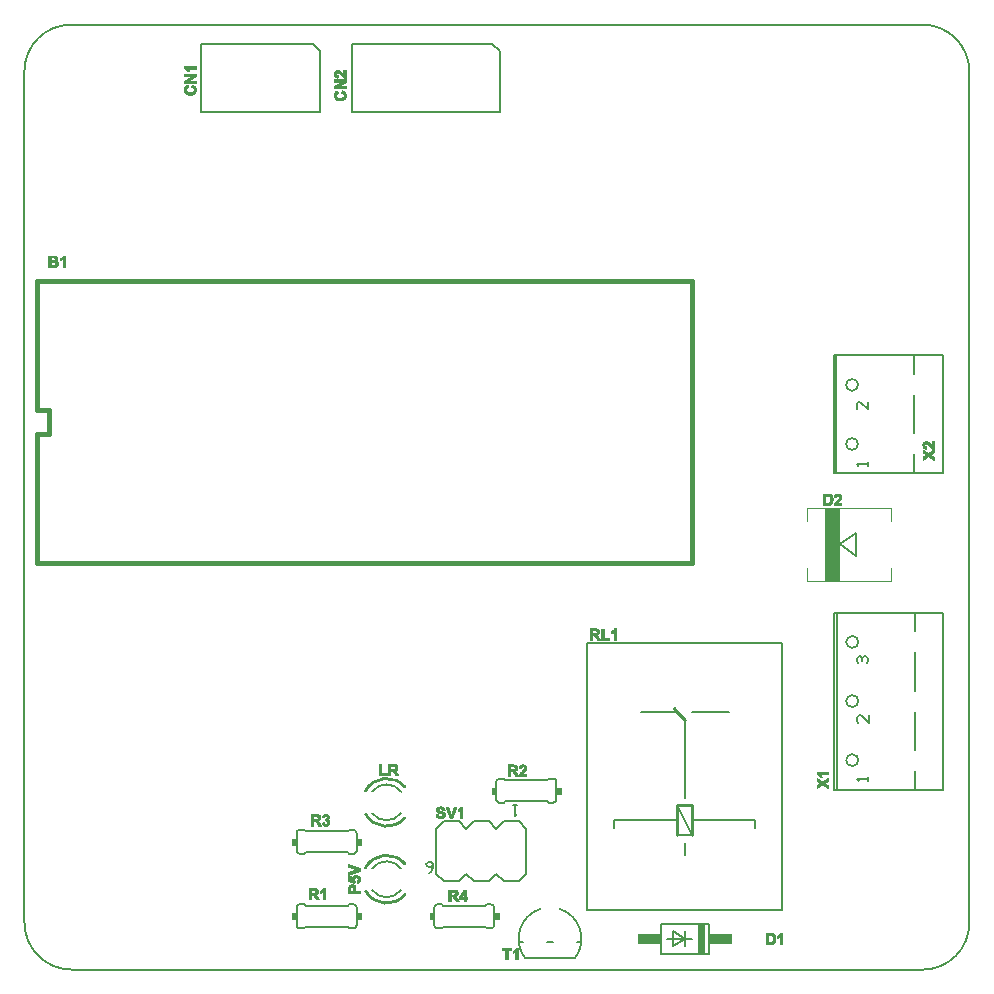
<source format=gbr>
G04 DesignSpark PCB Gerber Version 11.0 Build 5877*
%FSLAX35Y35*%
%MOIN*%
%ADD11C,0.00100*%
%ADD17C,0.00400*%
%ADD12C,0.00500*%
%ADD13C,0.00600*%
%ADD18C,0.00800*%
%ADD15C,0.01000*%
%ADD10C,0.01500*%
X0Y0D02*
D02*
D10*
X1646772Y1872102D02*
X1865118D01*
Y1778055D01*
X1646772D01*
Y1821142D01*
X1650709D01*
Y1829016D01*
X1646772D01*
Y1872102D01*
D02*
D11*
X1650465Y1880532D02*
X1651979D01*
X1652089D01*
X1652189Y1880529D01*
X1652285Y1880526D01*
X1652371Y1880523D01*
X1652452Y1880518D01*
X1652524Y1880512D01*
X1652590Y1880503D01*
X1652651Y1880494D01*
X1652757Y1880471D01*
X1652859Y1880437D01*
X1652957Y1880394D01*
X1653046Y1880339D01*
X1653130Y1880275D01*
X1653204Y1880200D01*
X1653274Y1880117D01*
X1653337Y1880022D01*
X1653363Y1879972D01*
X1653386Y1879920D01*
X1653406Y1879869D01*
X1653424Y1879814D01*
X1653435Y1879756D01*
X1653447Y1879702D01*
X1653450Y1879641D01*
X1653452Y1879580D01*
X1653450Y1879514D01*
X1653444Y1879451D01*
X1653432Y1879387D01*
X1653418Y1879327D01*
X1653398Y1879266D01*
X1653372Y1879208D01*
X1653343Y1879151D01*
X1653308Y1879093D01*
X1653274Y1879041D01*
X1653230Y1878989D01*
X1653187Y1878943D01*
X1653141Y1878900D01*
X1653092Y1878859D01*
X1653037Y1878825D01*
X1652982Y1878790D01*
X1652922Y1878761D01*
X1653006Y1878733D01*
X1653083Y1878701D01*
X1653158Y1878666D01*
X1653228Y1878626D01*
X1653291Y1878580D01*
X1653349Y1878531D01*
X1653404Y1878476D01*
X1653452Y1878419D01*
X1653496Y1878355D01*
X1653533Y1878291D01*
X1653565Y1878222D01*
X1653591Y1878153D01*
X1653611Y1878081D01*
X1653626Y1878006D01*
X1653634Y1877928D01*
X1653637Y1877847D01*
X1653634Y1877781D01*
X1653628Y1877718D01*
X1653620Y1877654D01*
X1653608Y1877591D01*
X1653591Y1877530D01*
X1653571Y1877467D01*
X1653545Y1877406D01*
X1653516Y1877343D01*
X1653487Y1877285D01*
X1653452Y1877228D01*
X1653415Y1877176D01*
X1653375Y1877124D01*
X1653331Y1877078D01*
X1653288Y1877034D01*
X1653239Y1876991D01*
X1653190Y1876954D01*
X1653135Y1876919D01*
X1653078Y1876887D01*
X1653020Y1876861D01*
X1652957Y1876835D01*
X1652890Y1876815D01*
X1652824Y1876798D01*
X1652752Y1876783D01*
X1652677Y1876775D01*
X1652651Y1876772D01*
X1652619Y1876769D01*
X1652585Y1876766D01*
X1652547D01*
X1652504Y1876763D01*
X1652457Y1876760D01*
X1652406D01*
X1652351Y1876757D01*
X1652291Y1876754D01*
X1652227D01*
X1652158D01*
X1652086Y1876752D01*
X1652008D01*
X1651927Y1876749D01*
X1651843D01*
X1651754D01*
X1650465D01*
Y1880532D01*
X1651229Y1879903D02*
Y1879030D01*
X1651731D01*
X1651838D01*
X1651933D01*
X1652019Y1879033D01*
X1652094D01*
X1652158Y1879035D01*
X1652213D01*
X1652256Y1879038D01*
X1652287Y1879041D01*
X1652380Y1879058D01*
X1652463Y1879087D01*
X1652535Y1879128D01*
X1652596Y1879177D01*
X1652622Y1879206D01*
X1652645Y1879237D01*
X1652665Y1879272D01*
X1652680Y1879306D01*
X1652694Y1879344D01*
X1652703Y1879384D01*
X1652706Y1879428D01*
X1652709Y1879474D01*
Y1879514D01*
X1652703Y1879557D01*
X1652694Y1879595D01*
X1652685Y1879632D01*
X1652671Y1879667D01*
X1652654Y1879698D01*
X1652633Y1879730D01*
X1652611Y1879756D01*
X1652585Y1879782D01*
X1652559Y1879805D01*
X1652527Y1879828D01*
X1652492Y1879846D01*
X1652455Y1879860D01*
X1652415Y1879874D01*
X1652368Y1879883D01*
X1652322Y1879889D01*
X1652308Y1879892D01*
X1652287Y1879895D01*
X1652265D01*
X1652239D01*
X1652210Y1879898D01*
X1652178D01*
X1652143D01*
X1652103Y1879900D01*
X1652060D01*
X1652014D01*
X1651965D01*
X1651913Y1879903D01*
X1651858D01*
X1651797D01*
X1651734D01*
X1651668D01*
X1651229D01*
Y1878401D02*
Y1877389D01*
X1651939D01*
X1652037D01*
X1652126D01*
X1652207Y1877392D01*
X1652276Y1877394D01*
X1652339Y1877398D01*
X1652389Y1877400D01*
X1652432Y1877406D01*
X1652463Y1877412D01*
X1652544Y1877432D01*
X1652619Y1877464D01*
X1652685Y1877507D01*
X1652743Y1877562D01*
X1652769Y1877594D01*
X1652789Y1877628D01*
X1652807Y1877666D01*
X1652824Y1877703D01*
X1652835Y1877744D01*
X1652844Y1877790D01*
X1652847Y1877836D01*
X1652850Y1877885D01*
X1652844Y1877966D01*
X1652830Y1878041D01*
X1652804Y1878110D01*
X1652766Y1878173D01*
X1652720Y1878228D01*
X1652665Y1878277D01*
X1652602Y1878315D01*
X1652527Y1878346D01*
X1652483Y1878358D01*
X1652426Y1878369D01*
X1652359Y1878381D01*
X1652279Y1878387D01*
X1652189Y1878393D01*
X1652086Y1878398D01*
X1651973Y1878401D01*
X1651849D01*
X1651229D01*
X1655978Y1876749D02*
X1655252D01*
Y1879480D01*
X1655151Y1879390D01*
X1655044Y1879306D01*
X1654935Y1879229D01*
X1654819Y1879157D01*
X1654698Y1879093D01*
X1654577Y1879033D01*
X1654447Y1878978D01*
X1654315Y1878931D01*
Y1879589D01*
X1654387Y1879615D01*
X1654459Y1879647D01*
X1654534Y1879681D01*
X1654612Y1879724D01*
X1654689Y1879771D01*
X1654767Y1879822D01*
X1654851Y1879878D01*
X1654932Y1879941D01*
X1655013Y1880007D01*
X1655085Y1880076D01*
X1655154Y1880148D01*
X1655214Y1880220D01*
X1655266Y1880298D01*
X1655315Y1880379D01*
X1655356Y1880460D01*
X1655390Y1880546D01*
X1655978D01*
Y1876749D01*
X1650465Y1876754D02*
X1652291D01*
X1655252D02*
X1655978D01*
X1650465Y1876848D02*
X1652988D01*
X1655252D02*
X1655978D01*
X1650465Y1876942D02*
X1653172D01*
X1655252D02*
X1655978D01*
X1650465Y1877035D02*
X1653288D01*
X1655252D02*
X1655978D01*
X1650465Y1877129D02*
X1653379D01*
X1655252D02*
X1655978D01*
X1650465Y1877223D02*
X1653449D01*
X1655252D02*
X1655978D01*
X1650465Y1877317D02*
X1653503D01*
X1655252D02*
X1655978D01*
X1650465Y1877410D02*
X1651229D01*
X1652457D02*
X1653546D01*
X1655252D02*
X1655978D01*
X1650465Y1877504D02*
X1651229D01*
X1652681D02*
X1653583D01*
X1655252D02*
X1655978D01*
X1650465Y1877598D02*
X1651229D01*
X1652771D02*
X1653609D01*
X1655252D02*
X1655978D01*
X1650465Y1877691D02*
X1651229D01*
X1652819D02*
X1653625D01*
X1655252D02*
X1655978D01*
X1650465Y1877785D02*
X1651229D01*
X1652843D02*
X1653634D01*
X1655252D02*
X1655978D01*
X1650465Y1877879D02*
X1651229D01*
X1652850D02*
X1653636D01*
X1655252D02*
X1655978D01*
X1650465Y1877972D02*
X1651229D01*
X1652843D02*
X1653629D01*
X1655252D02*
X1655978D01*
X1650465Y1878066D02*
X1651229D01*
X1652820D02*
X1653614D01*
X1655252D02*
X1655978D01*
X1650465Y1878160D02*
X1651229D01*
X1652774D02*
X1653589D01*
X1655252D02*
X1655978D01*
X1650465Y1878254D02*
X1651229D01*
X1652692D02*
X1653550D01*
X1655252D02*
X1655978D01*
X1650465Y1878347D02*
X1651229D01*
X1652522D02*
X1653500D01*
X1655252D02*
X1655978D01*
X1650465Y1878441D02*
X1653433D01*
X1655252D02*
X1655978D01*
X1650465Y1878535D02*
X1653344D01*
X1655252D02*
X1655978D01*
X1650465Y1878628D02*
X1653224D01*
X1655252D02*
X1655978D01*
X1650465Y1878722D02*
X1653031D01*
X1655252D02*
X1655978D01*
X1650465Y1878816D02*
X1653023D01*
X1655252D02*
X1655978D01*
X1650465Y1878909D02*
X1653151D01*
X1655252D02*
X1655978D01*
X1650465Y1879003D02*
X1653242D01*
X1654315D02*
X1654507D01*
X1655252D02*
X1655978D01*
X1650465Y1879097D02*
X1651229D01*
X1652480D02*
X1653311D01*
X1654315D02*
X1654706D01*
X1655252D02*
X1655978D01*
X1650465Y1879191D02*
X1651229D01*
X1652609D02*
X1653363D01*
X1654315D02*
X1654874D01*
X1655252D02*
X1655978D01*
X1650465Y1879284D02*
X1651229D01*
X1652670D02*
X1653404D01*
X1654315D02*
X1655013D01*
X1655252D02*
X1655978D01*
X1650465Y1879378D02*
X1651229D01*
X1652702D02*
X1653430D01*
X1654315D02*
X1655135D01*
X1655252D02*
X1655978D01*
X1650465Y1879472D02*
X1651229D01*
X1652709D02*
X1653446D01*
X1654315D02*
X1655243D01*
X1655252D02*
X1655978D01*
X1650465Y1879565D02*
X1651229D01*
X1652701D02*
X1653452D01*
X1654315D02*
X1655978D01*
X1650465Y1879659D02*
X1651229D01*
X1652674D02*
X1653449D01*
X1654485D02*
X1655978D01*
X1650465Y1879753D02*
X1651229D01*
X1652614D02*
X1653436D01*
X1654659D02*
X1655978D01*
X1650465Y1879846D02*
X1651229D01*
X1652490D02*
X1653413D01*
X1654804D02*
X1655978D01*
X1650465Y1879940D02*
X1653378D01*
X1654931D02*
X1655978D01*
X1650465Y1880034D02*
X1653329D01*
X1655041D02*
X1655978D01*
X1650465Y1880128D02*
X1653265D01*
X1655134D02*
X1655978D01*
X1650465Y1880221D02*
X1653183D01*
X1655215D02*
X1655978D01*
X1650465Y1880315D02*
X1653077D01*
X1655276D02*
X1655978D01*
X1650465Y1880409D02*
X1652922D01*
X1655330D02*
X1655978D01*
X1650465Y1880502D02*
X1652590D01*
X1655372D02*
X1655978D01*
X1698197Y1936664D02*
X1698431Y1937405D01*
X1698581Y1937359D01*
X1698722Y1937307D01*
X1698852Y1937246D01*
X1698973Y1937177D01*
X1699082Y1937105D01*
X1699183Y1937022D01*
X1699273Y1936935D01*
X1699354Y1936840D01*
X1699422Y1936736D01*
X1699483Y1936626D01*
X1699535Y1936511D01*
X1699578Y1936390D01*
X1699610Y1936260D01*
X1699636Y1936125D01*
X1699648Y1935983D01*
X1699653Y1935833D01*
X1699650Y1935741D01*
X1699644Y1935649D01*
X1699636Y1935559D01*
X1699622Y1935473D01*
X1699604Y1935389D01*
X1699581Y1935306D01*
X1699555Y1935225D01*
X1699524Y1935147D01*
X1699492Y1935069D01*
X1699452Y1934997D01*
X1699411Y1934925D01*
X1699365Y1934853D01*
X1699313Y1934787D01*
X1699258Y1934720D01*
X1699200Y1934657D01*
X1699140Y1934594D01*
X1699074Y1934536D01*
X1699004Y1934481D01*
X1698932Y1934429D01*
X1698857Y1934383D01*
X1698780Y1934340D01*
X1698699Y1934300D01*
X1698615Y1934262D01*
X1698529Y1934230D01*
X1698439Y1934202D01*
X1698347Y1934178D01*
X1698252Y1934155D01*
X1698154Y1934141D01*
X1698053Y1934126D01*
X1697949Y1934118D01*
X1697843Y1934112D01*
X1697733Y1934109D01*
X1697615Y1934112D01*
X1697502Y1934118D01*
X1697393Y1934126D01*
X1697286Y1934141D01*
X1697182Y1934158D01*
X1697084Y1934178D01*
X1696986Y1934202D01*
X1696894Y1934230D01*
X1696804Y1934265D01*
X1696718Y1934300D01*
X1696634Y1934340D01*
X1696554Y1934383D01*
X1696476Y1934432D01*
X1696404Y1934484D01*
X1696331Y1934539D01*
X1696265Y1934596D01*
X1696202Y1934660D01*
X1696144Y1934723D01*
X1696089Y1934790D01*
X1696037Y1934859D01*
X1695991Y1934931D01*
X1695948Y1935006D01*
X1695907Y1935081D01*
X1695873Y1935162D01*
X1695844Y1935243D01*
X1695818Y1935326D01*
X1695795Y1935413D01*
X1695775Y1935502D01*
X1695761Y1935591D01*
X1695752Y1935687D01*
X1695746Y1935781D01*
X1695743Y1935880D01*
X1695746Y1935966D01*
X1695749Y1936050D01*
X1695757Y1936130D01*
X1695769Y1936208D01*
X1695783Y1936286D01*
X1695801Y1936364D01*
X1695821Y1936436D01*
X1695847Y1936508D01*
X1695873Y1936578D01*
X1695905Y1936644D01*
X1695936Y1936710D01*
X1695974Y1936774D01*
X1696014Y1936834D01*
X1696057Y1936894D01*
X1696104Y1936952D01*
X1696153Y1937007D01*
X1696216Y1937068D01*
X1696288Y1937128D01*
X1696363Y1937183D01*
X1696447Y1937232D01*
X1696539Y1937278D01*
X1696634Y1937321D01*
X1696738Y1937359D01*
X1696848Y1937393D01*
X1697029Y1936638D01*
X1696957Y1936618D01*
X1696891Y1936595D01*
X1696828Y1936566D01*
X1696767Y1936534D01*
X1696709Y1936497D01*
X1696657Y1936456D01*
X1696611Y1936410D01*
X1696565Y1936358D01*
X1696525Y1936304D01*
X1696490Y1936246D01*
X1696461Y1936185D01*
X1696438Y1936122D01*
X1696418Y1936056D01*
X1696406Y1935986D01*
X1696398Y1935914D01*
X1696395Y1935842D01*
X1696401Y1935738D01*
X1696415Y1935640D01*
X1696438Y1935548D01*
X1696470Y1935459D01*
X1696513Y1935378D01*
X1696565Y1935300D01*
X1696626Y1935225D01*
X1696698Y1935159D01*
X1696735Y1935127D01*
X1696778Y1935098D01*
X1696824Y1935069D01*
X1696870Y1935043D01*
X1696922Y1935020D01*
X1696977Y1935000D01*
X1697032Y1934980D01*
X1697093Y1934963D01*
X1697156Y1934945D01*
X1697220Y1934934D01*
X1697289Y1934922D01*
X1697361Y1934914D01*
X1697436Y1934905D01*
X1697511Y1934899D01*
X1697592Y1934896D01*
X1697675D01*
X1697765D01*
X1697848Y1934899D01*
X1697929Y1934905D01*
X1698007Y1934914D01*
X1698085Y1934922D01*
X1698157Y1934934D01*
X1698223Y1934945D01*
X1698289Y1934960D01*
X1698353Y1934977D01*
X1698411Y1934997D01*
X1698465Y1935017D01*
X1698520Y1935041D01*
X1698569Y1935067D01*
X1698615Y1935095D01*
X1698658Y1935124D01*
X1698696Y1935156D01*
X1698768Y1935222D01*
X1698831Y1935294D01*
X1698883Y1935369D01*
X1698927Y1935450D01*
X1698958Y1935537D01*
X1698981Y1935629D01*
X1698996Y1935724D01*
X1699002Y1935825D01*
X1698999Y1935900D01*
X1698990Y1935972D01*
X1698976Y1936041D01*
X1698953Y1936107D01*
X1698927Y1936174D01*
X1698892Y1936234D01*
X1698855Y1936292D01*
X1698808Y1936350D01*
X1698757Y1936402D01*
X1698696Y1936450D01*
X1698633Y1936497D01*
X1698557Y1936537D01*
X1698480Y1936574D01*
X1698390Y1936609D01*
X1698298Y1936638D01*
X1698197Y1936664D01*
X1699590Y1938068D02*
X1695807D01*
Y1938809D01*
X1698344Y1940363D01*
X1695807D01*
Y1941070D01*
X1699590D01*
Y1940306D01*
X1697107Y1938775D01*
X1699590D01*
Y1938068D01*
Y1943576D02*
Y1942849D01*
X1696859D01*
X1696948Y1942748D01*
X1697032Y1942642D01*
X1697110Y1942532D01*
X1697182Y1942417D01*
X1697246Y1942296D01*
X1697306Y1942174D01*
X1697361Y1942044D01*
X1697407Y1941912D01*
X1696750D01*
X1696724Y1941984D01*
X1696692Y1942056D01*
X1696657Y1942131D01*
X1696614Y1942209D01*
X1696568Y1942287D01*
X1696516Y1942365D01*
X1696461Y1942448D01*
X1696398Y1942529D01*
X1696331Y1942610D01*
X1696262Y1942682D01*
X1696190Y1942751D01*
X1696118Y1942812D01*
X1696040Y1942864D01*
X1695959Y1942913D01*
X1695879Y1942953D01*
X1695792Y1942987D01*
Y1943576D01*
X1699590D01*
X1697295Y1934139D02*
X1698154D01*
X1696887Y1934233D02*
X1698536D01*
X1696661Y1934327D02*
X1698754D01*
X1696494Y1934420D02*
X1698918D01*
X1696364Y1934514D02*
X1699046D01*
X1696254Y1934608D02*
X1699154D01*
X1696164Y1934702D02*
X1699241D01*
X1696085Y1934795D02*
X1699320D01*
X1696018Y1934889D02*
X1699388D01*
X1695961Y1934983D02*
X1697025D01*
X1698369D02*
X1699443D01*
X1695910Y1935076D02*
X1696813D01*
X1698585D02*
X1699494D01*
X1695870Y1935170D02*
X1696685D01*
X1698711D02*
X1699533D01*
X1695837Y1935264D02*
X1696594D01*
X1698805D02*
X1699568D01*
X1695810Y1935357D02*
X1696527D01*
X1698875D02*
X1699595D01*
X1695787Y1935451D02*
X1696474D01*
X1698927D02*
X1699617D01*
X1695768Y1935545D02*
X1696439D01*
X1698960D02*
X1699633D01*
X1695756Y1935639D02*
X1696415D01*
X1698983D02*
X1699643D01*
X1695749Y1935732D02*
X1696402D01*
X1698996D02*
X1699650D01*
X1695745Y1935826D02*
X1696396D01*
X1699002D02*
X1699653D01*
X1695744Y1935920D02*
X1696398D01*
X1698996D02*
X1699650D01*
X1695748Y1936013D02*
X1696411D01*
X1698981D02*
X1699645D01*
X1695755Y1936107D02*
X1696434D01*
X1698953D02*
X1699637D01*
X1695768Y1936201D02*
X1696469D01*
X1698911D02*
X1699621D01*
X1695785Y1936294D02*
X1696519D01*
X1698853D02*
X1699602D01*
X1695807Y1936388D02*
X1696591D01*
X1698770D02*
X1699579D01*
X1695837Y1936482D02*
X1696690D01*
X1698653D02*
X1699546D01*
X1695872Y1936576D02*
X1696849D01*
X1698476D02*
X1699506D01*
X1695917Y1936669D02*
X1697022D01*
X1698199D02*
X1699459D01*
X1695968Y1936763D02*
X1696999D01*
X1698228D02*
X1699405D01*
X1696030Y1936857D02*
X1696977D01*
X1698258D02*
X1699339D01*
X1696102Y1936950D02*
X1696954D01*
X1698287D02*
X1699257D01*
X1696191Y1937044D02*
X1696931D01*
X1698317D02*
X1699156D01*
X1696301Y1937138D02*
X1696909D01*
X1698346D02*
X1699033D01*
X1696446Y1937231D02*
X1696887D01*
X1698376D02*
X1698878D01*
X1696645Y1937325D02*
X1696864D01*
X1698406D02*
X1698673D01*
X1695807Y1938075D02*
X1699590D01*
X1695807Y1938169D02*
X1699590D01*
X1695807Y1938262D02*
X1699590D01*
X1695807Y1938356D02*
X1699590D01*
X1695807Y1938450D02*
X1699590D01*
X1695807Y1938543D02*
X1699590D01*
X1695807Y1938637D02*
X1699590D01*
X1695807Y1938731D02*
X1699590D01*
X1695831Y1938824D02*
X1697187D01*
X1695984Y1938918D02*
X1697339D01*
X1696137Y1939012D02*
X1697491D01*
X1696290Y1939106D02*
X1697643D01*
X1696443Y1939199D02*
X1697795D01*
X1696596Y1939293D02*
X1697947D01*
X1696749Y1939387D02*
X1698099D01*
X1696902Y1939480D02*
X1698251D01*
X1697055Y1939574D02*
X1698403D01*
X1697208Y1939668D02*
X1698555D01*
X1697361Y1939761D02*
X1698707D01*
X1697514Y1939855D02*
X1698859D01*
X1697667Y1939949D02*
X1699011D01*
X1697820Y1940043D02*
X1699163D01*
X1697973Y1940136D02*
X1699315D01*
X1698126Y1940230D02*
X1699467D01*
X1698279Y1940324D02*
X1699590D01*
X1695807Y1940417D02*
X1699590D01*
X1695807Y1940511D02*
X1699590D01*
X1695807Y1940605D02*
X1699590D01*
X1695807Y1940698D02*
X1699590D01*
X1695807Y1940792D02*
X1699590D01*
X1695807Y1940886D02*
X1699590D01*
X1695807Y1940980D02*
X1699590D01*
X1696748Y1941917D02*
X1697406D01*
X1696712Y1942010D02*
X1697373D01*
X1696670Y1942104D02*
X1697336D01*
X1696620Y1942198D02*
X1697294D01*
X1696565Y1942291D02*
X1697248D01*
X1696503Y1942385D02*
X1697198D01*
X1696437Y1942479D02*
X1697143D01*
X1696362Y1942572D02*
X1697081D01*
X1696277Y1942666D02*
X1697013D01*
X1696180Y1942760D02*
X1696938D01*
X1696056Y1942854D02*
X1699590D01*
X1695891Y1942947D02*
X1699590D01*
X1695792Y1943041D02*
X1699590D01*
X1695792Y1943135D02*
X1699590D01*
X1695792Y1943228D02*
X1699590D01*
X1695792Y1943322D02*
X1699590D01*
X1695792Y1943416D02*
X1699590D01*
X1695792Y1943509D02*
X1699590D01*
X1733228Y1661256D02*
X1731728D01*
Y1659256D01*
X1733228D01*
Y1661256D01*
G36*
X1733228Y1661256D02*
X1731728D01*
Y1659256D01*
X1733228D01*
Y1661256D01*
G37*
Y1686118D02*
X1731728D01*
Y1684118D01*
X1733228D01*
Y1686118D01*
G36*
X1733228Y1686118D02*
X1731728D01*
Y1684118D01*
X1733228D01*
Y1686118D01*
G37*
X1737237Y1665942D02*
Y1669725D01*
X1738846D01*
X1738993Y1669722D01*
X1739128Y1669719D01*
X1739255Y1669711D01*
X1739370Y1669699D01*
X1739474Y1669685D01*
X1739570Y1669667D01*
X1739653Y1669647D01*
X1739728Y1669624D01*
X1739794Y1669595D01*
X1739858Y1669561D01*
X1739919Y1669523D01*
X1739976Y1669480D01*
X1740028Y1669433D01*
X1740080Y1669382D01*
X1740126Y1669324D01*
X1740169Y1669261D01*
X1740207Y1669194D01*
X1740241Y1669125D01*
X1740270Y1669053D01*
X1740293Y1668981D01*
X1740311Y1668906D01*
X1740322Y1668828D01*
X1740331Y1668747D01*
X1740334Y1668664D01*
X1740331Y1668560D01*
X1740319Y1668462D01*
X1740299Y1668367D01*
X1740270Y1668274D01*
X1740236Y1668191D01*
X1740193Y1668110D01*
X1740143Y1668032D01*
X1740083Y1667960D01*
X1740017Y1667894D01*
X1739944Y1667836D01*
X1739861Y1667781D01*
X1739771Y1667735D01*
X1739676Y1667695D01*
X1739570Y1667660D01*
X1739457Y1667634D01*
X1739336Y1667611D01*
X1739454Y1667536D01*
X1739564Y1667461D01*
X1739659Y1667378D01*
X1739746Y1667294D01*
X1739789Y1667248D01*
X1739832Y1667190D01*
X1739881Y1667127D01*
X1739936Y1667055D01*
X1739991Y1666974D01*
X1740051Y1666885D01*
X1740115Y1666787D01*
X1740181Y1666680D01*
X1740642Y1665942D01*
X1739728D01*
X1739178Y1666767D01*
X1739106Y1666873D01*
X1739042Y1666965D01*
X1738981Y1667052D01*
X1738930Y1667127D01*
X1738880Y1667190D01*
X1738840Y1667245D01*
X1738802Y1667288D01*
X1738774Y1667323D01*
X1738719Y1667375D01*
X1738661Y1667418D01*
X1738604Y1667453D01*
X1738543Y1667479D01*
X1738508Y1667490D01*
X1738474Y1667499D01*
X1738431Y1667505D01*
X1738384Y1667510D01*
X1738335Y1667516D01*
X1738281Y1667519D01*
X1738220Y1667522D01*
X1738157D01*
X1738001D01*
Y1665942D01*
X1737237D01*
X1738001Y1668124D02*
X1738566D01*
X1738635D01*
X1738699D01*
X1738759Y1668128D01*
X1738817D01*
X1738872Y1668130D01*
X1738921D01*
X1738970Y1668133D01*
X1739013Y1668136D01*
X1739056Y1668139D01*
X1739094Y1668142D01*
X1739128Y1668148D01*
X1739160Y1668150D01*
X1739189Y1668156D01*
X1739215Y1668159D01*
X1739235Y1668165D01*
X1739255Y1668170D01*
X1739319Y1668200D01*
X1739376Y1668234D01*
X1739426Y1668277D01*
X1739469Y1668332D01*
X1739503Y1668390D01*
X1739526Y1668459D01*
X1739541Y1668534D01*
X1739546Y1668615D01*
X1739544Y1668661D01*
X1739541Y1668707D01*
X1739532Y1668747D01*
X1739520Y1668788D01*
X1739506Y1668825D01*
X1739489Y1668860D01*
X1739469Y1668891D01*
X1739446Y1668923D01*
X1739388Y1668975D01*
X1739322Y1669019D01*
X1739244Y1669050D01*
X1739157Y1669070D01*
X1739143Y1669073D01*
X1739128Y1669076D01*
X1739108D01*
X1739085D01*
X1739062Y1669079D01*
X1739033D01*
X1739004D01*
X1738970Y1669082D01*
X1738935D01*
X1738895D01*
X1738852D01*
X1738808Y1669085D01*
X1738759D01*
X1738707D01*
X1738656D01*
X1738598D01*
X1738001D01*
Y1668124D01*
X1742750Y1665942D02*
X1742024D01*
Y1668672D01*
X1741922Y1668583D01*
X1741816Y1668499D01*
X1741706Y1668422D01*
X1741591Y1668350D01*
X1741470Y1668286D01*
X1741349Y1668226D01*
X1741219Y1668170D01*
X1741086Y1668124D01*
Y1668782D01*
X1741158Y1668808D01*
X1741230Y1668840D01*
X1741306Y1668874D01*
X1741383Y1668917D01*
X1741461Y1668964D01*
X1741539Y1669015D01*
X1741623Y1669070D01*
X1741704Y1669134D01*
X1741784Y1669200D01*
X1741856Y1669269D01*
X1741926Y1669341D01*
X1741986Y1669413D01*
X1742038Y1669491D01*
X1742087Y1669572D01*
X1742127Y1669653D01*
X1742162Y1669739D01*
X1742750D01*
Y1665942D01*
X1737237Y1665947D02*
X1738001D01*
X1739725D02*
X1740639D01*
X1742024D02*
X1742750D01*
X1737237Y1666041D02*
X1738001D01*
X1739662D02*
X1740580D01*
X1742024D02*
X1742750D01*
X1737237Y1666135D02*
X1738001D01*
X1739600D02*
X1740522D01*
X1742024D02*
X1742750D01*
X1737237Y1666228D02*
X1738001D01*
X1739537D02*
X1740463D01*
X1742024D02*
X1742750D01*
X1737237Y1666322D02*
X1738001D01*
X1739474D02*
X1740404D01*
X1742024D02*
X1742750D01*
X1737237Y1666416D02*
X1738001D01*
X1739412D02*
X1740346D01*
X1742024D02*
X1742750D01*
X1737237Y1666509D02*
X1738001D01*
X1739349D02*
X1740287D01*
X1742024D02*
X1742750D01*
X1737237Y1666603D02*
X1738001D01*
X1739287D02*
X1740229D01*
X1742024D02*
X1742750D01*
X1737237Y1666697D02*
X1738001D01*
X1739224D02*
X1740170D01*
X1742024D02*
X1742750D01*
X1737237Y1666791D02*
X1738001D01*
X1739161D02*
X1740112D01*
X1742024D02*
X1742750D01*
X1737237Y1666884D02*
X1738001D01*
X1739098D02*
X1740051D01*
X1742024D02*
X1742750D01*
X1737237Y1666978D02*
X1738001D01*
X1739033D02*
X1739988D01*
X1742024D02*
X1742750D01*
X1737237Y1667072D02*
X1738001D01*
X1738968D02*
X1739923D01*
X1742024D02*
X1742750D01*
X1737237Y1667165D02*
X1738001D01*
X1738900D02*
X1739851D01*
X1742024D02*
X1742750D01*
X1737237Y1667259D02*
X1738001D01*
X1738828D02*
X1739778D01*
X1742024D02*
X1742750D01*
X1737237Y1667353D02*
X1738001D01*
X1738742D02*
X1739685D01*
X1742024D02*
X1742750D01*
X1737237Y1667446D02*
X1738001D01*
X1738614D02*
X1739581D01*
X1742024D02*
X1742750D01*
X1737237Y1667540D02*
X1739448D01*
X1742024D02*
X1742750D01*
X1737237Y1667634D02*
X1739457D01*
X1742024D02*
X1742750D01*
X1737237Y1667728D02*
X1739754D01*
X1742024D02*
X1742750D01*
X1737237Y1667821D02*
X1739922D01*
X1742024D02*
X1742750D01*
X1737237Y1667915D02*
X1740038D01*
X1742024D02*
X1742750D01*
X1737237Y1668009D02*
X1740124D01*
X1742024D02*
X1742750D01*
X1737237Y1668102D02*
X1740187D01*
X1742024D02*
X1742750D01*
X1737237Y1668196D02*
X1738001D01*
X1739311D02*
X1740238D01*
X1741086D02*
X1741279D01*
X1742024D02*
X1742750D01*
X1737237Y1668290D02*
X1738001D01*
X1739435D02*
X1740275D01*
X1741086D02*
X1741477D01*
X1742024D02*
X1742750D01*
X1737237Y1668383D02*
X1738001D01*
X1739499D02*
X1740303D01*
X1741086D02*
X1741645D01*
X1742024D02*
X1742750D01*
X1737237Y1668477D02*
X1738001D01*
X1739530D02*
X1740321D01*
X1741086D02*
X1741785D01*
X1742024D02*
X1742750D01*
X1737237Y1668571D02*
X1738001D01*
X1739543D02*
X1740331D01*
X1741086D02*
X1741907D01*
X1742024D02*
X1742750D01*
X1737237Y1668665D02*
X1738001D01*
X1739543D02*
X1740334D01*
X1741086D02*
X1742015D01*
X1742024D02*
X1742750D01*
X1737237Y1668758D02*
X1738001D01*
X1739529D02*
X1740330D01*
X1741086D02*
X1742750D01*
X1737237Y1668852D02*
X1738001D01*
X1739493D02*
X1740319D01*
X1741257D02*
X1742750D01*
X1737237Y1668946D02*
X1738001D01*
X1739421D02*
X1740302D01*
X1741431D02*
X1742750D01*
X1737237Y1669039D02*
X1738001D01*
X1739270D02*
X1740275D01*
X1741576D02*
X1742750D01*
X1737237Y1669133D02*
X1740237D01*
X1741703D02*
X1742750D01*
X1737237Y1669227D02*
X1740189D01*
X1741812D02*
X1742750D01*
X1737237Y1669320D02*
X1740128D01*
X1741906D02*
X1742750D01*
X1737237Y1669414D02*
X1740047D01*
X1741986D02*
X1742750D01*
X1737237Y1669508D02*
X1739939D01*
X1742048D02*
X1742750D01*
X1737237Y1669602D02*
X1739780D01*
X1742102D02*
X1742750D01*
X1737237Y1669695D02*
X1739396D01*
X1742144D02*
X1742750D01*
X1738024Y1690528D02*
Y1694311D01*
X1739633D01*
X1739780Y1694309D01*
X1739916Y1694306D01*
X1740043Y1694297D01*
X1740158Y1694285D01*
X1740262Y1694271D01*
X1740357Y1694254D01*
X1740441Y1694233D01*
X1740516Y1694211D01*
X1740582Y1694182D01*
X1740645Y1694147D01*
X1740706Y1694109D01*
X1740763Y1694067D01*
X1740815Y1694020D01*
X1740867Y1693969D01*
X1740913Y1693911D01*
X1740957Y1693847D01*
X1740994Y1693781D01*
X1741029Y1693712D01*
X1741058Y1693640D01*
X1741081Y1693568D01*
X1741098Y1693493D01*
X1741109Y1693415D01*
X1741118Y1693334D01*
X1741121Y1693250D01*
X1741118Y1693146D01*
X1741107Y1693048D01*
X1741087Y1692953D01*
X1741058Y1692861D01*
X1741023Y1692778D01*
X1740980Y1692697D01*
X1740931Y1692619D01*
X1740870Y1692547D01*
X1740804Y1692480D01*
X1740732Y1692423D01*
X1740648Y1692368D01*
X1740559Y1692322D01*
X1740464Y1692281D01*
X1740357Y1692247D01*
X1740244Y1692221D01*
X1740123Y1692198D01*
X1740242Y1692123D01*
X1740351Y1692048D01*
X1740446Y1691964D01*
X1740533Y1691881D01*
X1740576Y1691835D01*
X1740619Y1691777D01*
X1740669Y1691713D01*
X1740723Y1691641D01*
X1740778Y1691561D01*
X1740839Y1691471D01*
X1740902Y1691373D01*
X1740968Y1691267D01*
X1741430Y1690528D01*
X1740516D01*
X1739965Y1691353D01*
X1739893Y1691460D01*
X1739829Y1691552D01*
X1739769Y1691639D01*
X1739717Y1691713D01*
X1739668Y1691777D01*
X1739628Y1691831D01*
X1739590Y1691875D01*
X1739561Y1691909D01*
X1739506Y1691961D01*
X1739449Y1692005D01*
X1739391Y1692039D01*
X1739330Y1692065D01*
X1739296Y1692077D01*
X1739261Y1692085D01*
X1739218Y1692091D01*
X1739172Y1692097D01*
X1739123Y1692103D01*
X1739068Y1692106D01*
X1739007Y1692108D01*
X1738944D01*
X1738788D01*
Y1690528D01*
X1738024D01*
X1738788Y1692711D02*
X1739354D01*
X1739423D01*
X1739486D01*
X1739547Y1692714D01*
X1739604D01*
X1739659Y1692717D01*
X1739708D01*
X1739757Y1692720D01*
X1739800Y1692723D01*
X1739844Y1692726D01*
X1739881Y1692728D01*
X1739916Y1692734D01*
X1739948Y1692737D01*
X1739976Y1692743D01*
X1740002Y1692746D01*
X1740022Y1692752D01*
X1740043Y1692757D01*
X1740106Y1692786D01*
X1740164Y1692821D01*
X1740213Y1692864D01*
X1740256Y1692919D01*
X1740291Y1692976D01*
X1740314Y1693046D01*
X1740328Y1693120D01*
X1740334Y1693201D01*
X1740331Y1693248D01*
X1740328Y1693294D01*
X1740320Y1693334D01*
X1740308Y1693374D01*
X1740294Y1693412D01*
X1740276Y1693446D01*
X1740256Y1693478D01*
X1740233Y1693510D01*
X1740175Y1693562D01*
X1740109Y1693605D01*
X1740031Y1693637D01*
X1739944Y1693657D01*
X1739930Y1693660D01*
X1739916Y1693663D01*
X1739896D01*
X1739872D01*
X1739850Y1693666D01*
X1739820D01*
X1739792D01*
X1739757Y1693669D01*
X1739722D01*
X1739682D01*
X1739639D01*
X1739596Y1693671D01*
X1739547D01*
X1739495D01*
X1739443D01*
X1739385D01*
X1738788D01*
Y1692711D01*
X1741655Y1691535D02*
X1742355Y1691621D01*
X1742367Y1691555D01*
X1742378Y1691494D01*
X1742396Y1691437D01*
X1742416Y1691385D01*
X1742442Y1691333D01*
X1742470Y1691289D01*
X1742500Y1691246D01*
X1742537Y1691209D01*
X1742574Y1691177D01*
X1742612Y1691148D01*
X1742655Y1691122D01*
X1742698Y1691102D01*
X1742744Y1691088D01*
X1742791Y1691076D01*
X1742840Y1691070D01*
X1742892Y1691067D01*
X1742946Y1691070D01*
X1742998Y1691079D01*
X1743050Y1691091D01*
X1743099Y1691111D01*
X1743145Y1691134D01*
X1743189Y1691163D01*
X1743229Y1691197D01*
X1743269Y1691238D01*
X1743304Y1691281D01*
X1743336Y1691330D01*
X1743362Y1691382D01*
X1743385Y1691437D01*
X1743402Y1691497D01*
X1743413Y1691561D01*
X1743419Y1691627D01*
X1743422Y1691696D01*
X1743419Y1691763D01*
X1743413Y1691826D01*
X1743402Y1691887D01*
X1743385Y1691941D01*
X1743365Y1691993D01*
X1743341Y1692042D01*
X1743310Y1692088D01*
X1743275Y1692129D01*
X1743238Y1692166D01*
X1743200Y1692201D01*
X1743157Y1692227D01*
X1743114Y1692250D01*
X1743068Y1692267D01*
X1743021Y1692279D01*
X1742972Y1692287D01*
X1742920Y1692290D01*
X1742848Y1692287D01*
X1742768Y1692276D01*
X1742681Y1692258D01*
X1742589Y1692235D01*
X1742670Y1692826D01*
X1742739D01*
X1742808Y1692832D01*
X1742869Y1692841D01*
X1742929Y1692855D01*
X1742981Y1692872D01*
X1743033Y1692896D01*
X1743076Y1692922D01*
X1743117Y1692953D01*
X1743154Y1692988D01*
X1743186Y1693026D01*
X1743212Y1693066D01*
X1743235Y1693112D01*
X1743249Y1693158D01*
X1743264Y1693207D01*
X1743269Y1693259D01*
X1743272Y1693311D01*
X1743269Y1693360D01*
X1743267Y1693403D01*
X1743255Y1693444D01*
X1743243Y1693484D01*
X1743229Y1693519D01*
X1743209Y1693553D01*
X1743186Y1693585D01*
X1743160Y1693617D01*
X1743128Y1693643D01*
X1743096Y1693666D01*
X1743062Y1693686D01*
X1743027Y1693700D01*
X1742987Y1693712D01*
X1742946Y1693720D01*
X1742903Y1693726D01*
X1742857Y1693729D01*
X1742811Y1693726D01*
X1742768Y1693720D01*
X1742724Y1693712D01*
X1742684Y1693697D01*
X1742646Y1693677D01*
X1742609Y1693657D01*
X1742572Y1693631D01*
X1742540Y1693599D01*
X1742508Y1693565D01*
X1742479Y1693527D01*
X1742453Y1693487D01*
X1742433Y1693441D01*
X1742413Y1693392D01*
X1742398Y1693340D01*
X1742387Y1693285D01*
X1742378Y1693224D01*
X1741709Y1693337D01*
X1741727Y1693420D01*
X1741750Y1693501D01*
X1741773Y1693576D01*
X1741796Y1693645D01*
X1741825Y1693712D01*
X1741854Y1693775D01*
X1741885Y1693833D01*
X1741920Y1693885D01*
X1741957Y1693937D01*
X1741998Y1693983D01*
X1742041Y1694026D01*
X1742087Y1694069D01*
X1742139Y1694107D01*
X1742194Y1694144D01*
X1742252Y1694179D01*
X1742312Y1694207D01*
X1742376Y1694237D01*
X1742442Y1694259D01*
X1742508Y1694280D01*
X1742580Y1694297D01*
X1742649Y1694309D01*
X1742724Y1694317D01*
X1742799Y1694323D01*
X1742877Y1694326D01*
X1743007Y1694320D01*
X1743131Y1694306D01*
X1743246Y1694277D01*
X1743359Y1694239D01*
X1743463Y1694193D01*
X1743558Y1694135D01*
X1743650Y1694067D01*
X1743733Y1693986D01*
X1743794Y1693913D01*
X1743849Y1693841D01*
X1743895Y1693767D01*
X1743933Y1693689D01*
X1743961Y1693611D01*
X1743981Y1693527D01*
X1743996Y1693444D01*
X1743999Y1693357D01*
X1743996Y1693296D01*
X1743990Y1693236D01*
X1743979Y1693178D01*
X1743964Y1693120D01*
X1743947Y1693066D01*
X1743924Y1693011D01*
X1743895Y1692959D01*
X1743863Y1692910D01*
X1743826Y1692861D01*
X1743785Y1692815D01*
X1743742Y1692769D01*
X1743693Y1692723D01*
X1743641Y1692682D01*
X1743584Y1692639D01*
X1743520Y1692602D01*
X1743454Y1692564D01*
X1743535Y1692544D01*
X1743609Y1692518D01*
X1743679Y1692486D01*
X1743745Y1692449D01*
X1743809Y1692408D01*
X1743866Y1692362D01*
X1743921Y1692307D01*
X1743973Y1692250D01*
X1744019Y1692189D01*
X1744057Y1692123D01*
X1744091Y1692054D01*
X1744117Y1691981D01*
X1744140Y1691909D01*
X1744155Y1691831D01*
X1744163Y1691748D01*
X1744166Y1691665D01*
X1744160Y1691543D01*
X1744143Y1691425D01*
X1744114Y1691313D01*
X1744077Y1691203D01*
X1744025Y1691099D01*
X1743961Y1691001D01*
X1743889Y1690906D01*
X1743803Y1690817D01*
X1743707Y1690733D01*
X1743609Y1690661D01*
X1743506Y1690600D01*
X1743393Y1690551D01*
X1743278Y1690514D01*
X1743157Y1690488D01*
X1743030Y1690470D01*
X1742897Y1690465D01*
X1742770Y1690470D01*
X1742652Y1690482D01*
X1742537Y1690505D01*
X1742428Y1690540D01*
X1742324Y1690580D01*
X1742226Y1690632D01*
X1742133Y1690693D01*
X1742047Y1690762D01*
X1741966Y1690837D01*
X1741897Y1690920D01*
X1741833Y1691010D01*
X1741779Y1691102D01*
X1741735Y1691203D01*
X1741701Y1691307D01*
X1741672Y1691419D01*
X1741655Y1691535D01*
X1738024Y1690534D02*
X1738788D01*
X1740512D02*
X1741426D01*
X1742446D02*
X1743340D01*
X1738024Y1690628D02*
X1738788D01*
X1740450D02*
X1741367D01*
X1742234D02*
X1743552D01*
X1738024Y1690721D02*
X1738788D01*
X1740387D02*
X1741309D01*
X1742097D02*
X1743691D01*
X1738024Y1690815D02*
X1738788D01*
X1740324D02*
X1741250D01*
X1741989D02*
X1743803D01*
X1738024Y1690909D02*
X1738788D01*
X1740262D02*
X1741192D01*
X1741907D02*
X1743891D01*
X1738024Y1691002D02*
X1738788D01*
X1740199D02*
X1741133D01*
X1741839D02*
X1743961D01*
X1738024Y1691096D02*
X1738788D01*
X1740137D02*
X1741075D01*
X1741782D02*
X1742718D01*
X1743064D02*
X1744023D01*
X1738024Y1691190D02*
X1738788D01*
X1740074D02*
X1741016D01*
X1741741D02*
X1742559D01*
X1743220D02*
X1744070D01*
X1738024Y1691283D02*
X1738788D01*
X1740011D02*
X1740957D01*
X1741709D02*
X1742474D01*
X1743306D02*
X1744104D01*
X1738024Y1691377D02*
X1738788D01*
X1739949D02*
X1740900D01*
X1741683D02*
X1742420D01*
X1743359D02*
X1744131D01*
X1738024Y1691471D02*
X1738788D01*
X1739885D02*
X1740839D01*
X1741664D02*
X1742385D01*
X1743394D02*
X1744150D01*
X1738024Y1691565D02*
X1738788D01*
X1739820D02*
X1740775D01*
X1741897D02*
X1742365D01*
X1743414D02*
X1744161D01*
X1738024Y1691658D02*
X1738788D01*
X1739755D02*
X1740710D01*
X1743420D02*
X1744166D01*
X1738024Y1691752D02*
X1738788D01*
X1739687D02*
X1740639D01*
X1743420D02*
X1744163D01*
X1738024Y1691846D02*
X1738788D01*
X1739615D02*
X1740566D01*
X1743410D02*
X1744152D01*
X1738024Y1691939D02*
X1738788D01*
X1739530D02*
X1740472D01*
X1743385D02*
X1744131D01*
X1738024Y1692033D02*
X1738788D01*
X1739402D02*
X1740368D01*
X1743346D02*
X1744099D01*
X1738024Y1692127D02*
X1740235D01*
X1743277D02*
X1744054D01*
X1738024Y1692220D02*
X1740244D01*
X1743167D02*
X1743995D01*
X1738024Y1692314D02*
X1740541D01*
X1742600D02*
X1743914D01*
X1738024Y1692408D02*
X1740709D01*
X1742613D02*
X1743809D01*
X1738024Y1692502D02*
X1740825D01*
X1742625D02*
X1743645D01*
X1738024Y1692595D02*
X1740911D01*
X1742638D02*
X1743509D01*
X1738024Y1692689D02*
X1740975D01*
X1742651D02*
X1743650D01*
X1738024Y1692783D02*
X1738788D01*
X1740098D02*
X1741025D01*
X1742664D02*
X1743755D01*
X1738024Y1692876D02*
X1738788D01*
X1740223D02*
X1741063D01*
X1742990D02*
X1743838D01*
X1738024Y1692970D02*
X1738788D01*
X1740287D02*
X1741090D01*
X1743135D02*
X1743901D01*
X1738024Y1693064D02*
X1738788D01*
X1740317D02*
X1741109D01*
X1743211D02*
X1743946D01*
X1738024Y1693157D02*
X1738788D01*
X1740331D02*
X1741119D01*
X1743249D02*
X1743974D01*
X1738024Y1693251D02*
X1738788D01*
X1740331D02*
X1741121D01*
X1742219D02*
X1742382D01*
X1743269D02*
X1743992D01*
X1738024Y1693345D02*
X1738788D01*
X1740317D02*
X1741117D01*
X1741711D02*
X1742400D01*
X1743270D02*
X1743998D01*
X1738024Y1693439D02*
X1738788D01*
X1740280D02*
X1741106D01*
X1741732D02*
X1742432D01*
X1743257D02*
X1743996D01*
X1738024Y1693532D02*
X1738788D01*
X1740208D02*
X1741089D01*
X1741759D02*
X1742483D01*
X1743221D02*
X1743980D01*
X1738024Y1693626D02*
X1738788D01*
X1740057D02*
X1741062D01*
X1741790D02*
X1742567D01*
X1743148D02*
X1743956D01*
X1738024Y1693720D02*
X1741025D01*
X1741828D02*
X1742768D01*
X1742953D02*
X1743918D01*
X1738024Y1693813D02*
X1740976D01*
X1741875D02*
X1743866D01*
X1738024Y1693907D02*
X1740916D01*
X1741936D02*
X1743799D01*
X1738024Y1694001D02*
X1740835D01*
X1742016D02*
X1743718D01*
X1738024Y1694094D02*
X1740726D01*
X1742122D02*
X1743613D01*
X1738024Y1694188D02*
X1740567D01*
X1742272D02*
X1743471D01*
X1738024Y1694282D02*
X1740184D01*
X1742517D02*
X1743226D01*
X1748158Y1934813D02*
X1748391Y1935555D01*
X1748541Y1935509D01*
X1748683Y1935457D01*
X1748812Y1935396D01*
X1748933Y1935327D01*
X1749043Y1935255D01*
X1749144Y1935171D01*
X1749233Y1935085D01*
X1749314Y1934989D01*
X1749383Y1934886D01*
X1749444Y1934776D01*
X1749496Y1934661D01*
X1749539Y1934540D01*
X1749570Y1934410D01*
X1749596Y1934274D01*
X1749608Y1934133D01*
X1749614Y1933983D01*
X1749611Y1933891D01*
X1749605Y1933798D01*
X1749596Y1933709D01*
X1749582Y1933623D01*
X1749565Y1933539D01*
X1749542Y1933456D01*
X1749516Y1933375D01*
X1749484Y1933297D01*
X1749452Y1933219D01*
X1749412Y1933147D01*
X1749372Y1933075D01*
X1749326Y1933003D01*
X1749274Y1932936D01*
X1749219Y1932870D01*
X1749161Y1932807D01*
X1749101Y1932743D01*
X1749034Y1932685D01*
X1748965Y1932631D01*
X1748893Y1932579D01*
X1748818Y1932533D01*
X1748740Y1932489D01*
X1748659Y1932449D01*
X1748576Y1932411D01*
X1748489Y1932380D01*
X1748400Y1932351D01*
X1748307Y1932328D01*
X1748213Y1932305D01*
X1748115Y1932291D01*
X1748013Y1932276D01*
X1747910Y1932267D01*
X1747803Y1932262D01*
X1747693Y1932259D01*
X1747575Y1932262D01*
X1747463Y1932267D01*
X1747353Y1932276D01*
X1747246Y1932291D01*
X1747143Y1932308D01*
X1747044Y1932328D01*
X1746946Y1932351D01*
X1746854Y1932380D01*
X1746765Y1932415D01*
X1746678Y1932449D01*
X1746595Y1932489D01*
X1746514Y1932533D01*
X1746436Y1932582D01*
X1746364Y1932633D01*
X1746292Y1932689D01*
X1746226Y1932746D01*
X1746162Y1932809D01*
X1746105Y1932873D01*
X1746050Y1932939D01*
X1745998Y1933009D01*
X1745952Y1933081D01*
X1745909Y1933156D01*
X1745868Y1933230D01*
X1745833Y1933311D01*
X1745805Y1933392D01*
X1745779Y1933476D01*
X1745756Y1933562D01*
X1745735Y1933652D01*
X1745721Y1933741D01*
X1745713Y1933836D01*
X1745707Y1933931D01*
X1745704Y1934029D01*
X1745707Y1934116D01*
X1745709Y1934199D01*
X1745718Y1934280D01*
X1745730Y1934358D01*
X1745744Y1934436D01*
X1745761Y1934514D01*
X1745781Y1934586D01*
X1745807Y1934658D01*
X1745833Y1934727D01*
X1745865Y1934793D01*
X1745897Y1934860D01*
X1745935Y1934923D01*
X1745975Y1934984D01*
X1746018Y1935044D01*
X1746064Y1935102D01*
X1746113Y1935157D01*
X1746177Y1935217D01*
X1746249Y1935278D01*
X1746324Y1935333D01*
X1746407Y1935381D01*
X1746500Y1935428D01*
X1746595Y1935471D01*
X1746699Y1935509D01*
X1746808Y1935543D01*
X1746990Y1934788D01*
X1746918Y1934767D01*
X1746852Y1934744D01*
X1746788Y1934715D01*
X1746728Y1934684D01*
X1746670Y1934646D01*
X1746618Y1934606D01*
X1746572Y1934560D01*
X1746526Y1934508D01*
X1746485Y1934453D01*
X1746451Y1934395D01*
X1746422Y1934335D01*
X1746399Y1934272D01*
X1746379Y1934205D01*
X1746367Y1934136D01*
X1746358Y1934064D01*
X1746356Y1933992D01*
X1746361Y1933888D01*
X1746376Y1933790D01*
X1746399Y1933698D01*
X1746430Y1933608D01*
X1746474Y1933528D01*
X1746526Y1933450D01*
X1746586Y1933375D01*
X1746658Y1933308D01*
X1746696Y1933277D01*
X1746739Y1933248D01*
X1746785Y1933219D01*
X1746831Y1933193D01*
X1746883Y1933170D01*
X1746938Y1933150D01*
X1746993Y1933130D01*
X1747053Y1933112D01*
X1747117Y1933095D01*
X1747180Y1933083D01*
X1747249Y1933072D01*
X1747322Y1933063D01*
X1747396Y1933055D01*
X1747471Y1933049D01*
X1747552Y1933046D01*
X1747636D01*
X1747725D01*
X1747809Y1933049D01*
X1747889Y1933055D01*
X1747967Y1933063D01*
X1748045Y1933072D01*
X1748117Y1933083D01*
X1748184Y1933095D01*
X1748250Y1933109D01*
X1748313Y1933127D01*
X1748371Y1933147D01*
X1748426Y1933167D01*
X1748481Y1933190D01*
X1748530Y1933216D01*
X1748576Y1933245D01*
X1748619Y1933274D01*
X1748657Y1933306D01*
X1748729Y1933372D01*
X1748792Y1933444D01*
X1748844Y1933519D01*
X1748887Y1933600D01*
X1748919Y1933686D01*
X1748942Y1933778D01*
X1748956Y1933874D01*
X1748962Y1933974D01*
X1748959Y1934050D01*
X1748951Y1934122D01*
X1748936Y1934191D01*
X1748913Y1934257D01*
X1748887Y1934323D01*
X1748853Y1934384D01*
X1748815Y1934442D01*
X1748769Y1934499D01*
X1748717Y1934551D01*
X1748657Y1934600D01*
X1748593Y1934646D01*
X1748518Y1934687D01*
X1748440Y1934724D01*
X1748351Y1934759D01*
X1748259Y1934788D01*
X1748158Y1934813D01*
X1749550Y1936218D02*
X1745767D01*
Y1936959D01*
X1748305Y1938513D01*
X1745767D01*
Y1939220D01*
X1749550D01*
Y1938456D01*
X1747068Y1936924D01*
X1749550D01*
Y1936218D01*
X1748876Y1942317D02*
X1749550D01*
Y1939776D01*
X1749456Y1939791D01*
X1749363Y1939808D01*
X1749271Y1939831D01*
X1749178Y1939860D01*
X1749089Y1939891D01*
X1749000Y1939932D01*
X1748913Y1939975D01*
X1748827Y1940024D01*
X1748783Y1940050D01*
X1748737Y1940082D01*
X1748691Y1940117D01*
X1748642Y1940151D01*
X1748593Y1940191D01*
X1748541Y1940235D01*
X1748487Y1940281D01*
X1748429Y1940330D01*
X1748374Y1940385D01*
X1748313Y1940439D01*
X1748253Y1940497D01*
X1748189Y1940561D01*
X1748126Y1940624D01*
X1748060Y1940693D01*
X1747991Y1940765D01*
X1747921Y1940840D01*
X1747867Y1940898D01*
X1747812Y1940956D01*
X1747760Y1941010D01*
X1747711Y1941059D01*
X1747665Y1941108D01*
X1747621Y1941154D01*
X1747578Y1941195D01*
X1747538Y1941235D01*
X1747500Y1941270D01*
X1747466Y1941304D01*
X1747431Y1941333D01*
X1747402Y1941362D01*
X1747373Y1941385D01*
X1747348Y1941406D01*
X1747324Y1941426D01*
X1747301Y1941440D01*
X1747246Y1941474D01*
X1747192Y1941506D01*
X1747134Y1941532D01*
X1747079Y1941552D01*
X1747024Y1941570D01*
X1746970Y1941581D01*
X1746912Y1941587D01*
X1746857Y1941590D01*
X1746800Y1941587D01*
X1746745Y1941581D01*
X1746693Y1941572D01*
X1746644Y1941558D01*
X1746601Y1941538D01*
X1746557Y1941518D01*
X1746520Y1941492D01*
X1746485Y1941460D01*
X1746456Y1941426D01*
X1746430Y1941388D01*
X1746407Y1941348D01*
X1746387Y1941304D01*
X1746373Y1941258D01*
X1746364Y1941209D01*
X1746358Y1941157D01*
X1746356Y1941100D01*
X1746358Y1941045D01*
X1746364Y1940993D01*
X1746376Y1940944D01*
X1746390Y1940898D01*
X1746410Y1940855D01*
X1746433Y1940814D01*
X1746459Y1940777D01*
X1746494Y1940742D01*
X1746528Y1940710D01*
X1746572Y1940681D01*
X1746621Y1940656D01*
X1746676Y1940635D01*
X1746733Y1940618D01*
X1746800Y1940604D01*
X1746872Y1940592D01*
X1746946Y1940587D01*
X1746874Y1939863D01*
X1746730Y1939883D01*
X1746595Y1939912D01*
X1746474Y1939949D01*
X1746358Y1939995D01*
X1746257Y1940050D01*
X1746165Y1940113D01*
X1746084Y1940185D01*
X1746015Y1940267D01*
X1745952Y1940356D01*
X1745900Y1940448D01*
X1745854Y1940546D01*
X1745819Y1940650D01*
X1745790Y1940759D01*
X1745770Y1940875D01*
X1745756Y1940993D01*
X1745753Y1941117D01*
X1745759Y1941256D01*
X1745773Y1941382D01*
X1745796Y1941504D01*
X1745828Y1941619D01*
X1745871Y1941722D01*
X1745923Y1941824D01*
X1745983Y1941913D01*
X1746056Y1941996D01*
X1746133Y1942072D01*
X1746214Y1942138D01*
X1746301Y1942193D01*
X1746393Y1942236D01*
X1746488Y1942270D01*
X1746589Y1942296D01*
X1746696Y1942311D01*
X1746806Y1942317D01*
X1746932Y1942311D01*
X1747053Y1942293D01*
X1747174Y1942265D01*
X1747293Y1942224D01*
X1747350Y1942201D01*
X1747408Y1942172D01*
X1747469Y1942141D01*
X1747529Y1942106D01*
X1747590Y1942069D01*
X1747650Y1942028D01*
X1747711Y1941982D01*
X1747774Y1941936D01*
X1747820Y1941898D01*
X1747869Y1941855D01*
X1747921Y1941806D01*
X1747979Y1941752D01*
X1748043Y1941688D01*
X1748109Y1941619D01*
X1748181Y1941544D01*
X1748256Y1941460D01*
X1748333Y1941380D01*
X1748400Y1941304D01*
X1748463Y1941238D01*
X1748518Y1941180D01*
X1748567Y1941129D01*
X1748611Y1941085D01*
X1748645Y1941051D01*
X1748674Y1941025D01*
X1748726Y1940981D01*
X1748778Y1940941D01*
X1748827Y1940907D01*
X1748876Y1940878D01*
Y1942317D01*
X1747256Y1932289D02*
X1748115D01*
X1746847Y1932383D02*
X1748497D01*
X1746622Y1932476D02*
X1748714D01*
X1746455Y1932570D02*
X1748879D01*
X1746324Y1932664D02*
X1749007D01*
X1746214Y1932757D02*
X1749114D01*
X1746124Y1932851D02*
X1749202D01*
X1746046Y1932945D02*
X1749280D01*
X1745979Y1933039D02*
X1749348D01*
X1745922Y1933132D02*
X1746985D01*
X1748329D02*
X1749404D01*
X1745870Y1933226D02*
X1746774D01*
X1748545D02*
X1749455D01*
X1745831Y1933320D02*
X1746646D01*
X1748672D02*
X1749493D01*
X1745798Y1933413D02*
X1746555D01*
X1748765D02*
X1749528D01*
X1745770Y1933507D02*
X1746487D01*
X1748836D02*
X1749556D01*
X1745747Y1933601D02*
X1746434D01*
X1748888D02*
X1749578D01*
X1745729Y1933694D02*
X1746400D01*
X1748921D02*
X1749594D01*
X1745717Y1933788D02*
X1746376D01*
X1748944D02*
X1749604D01*
X1745710Y1933882D02*
X1746362D01*
X1748957D02*
X1749611D01*
X1745706Y1933976D02*
X1746356D01*
X1748962D02*
X1749613D01*
X1745705Y1934069D02*
X1746359D01*
X1748957D02*
X1749611D01*
X1745708Y1934163D02*
X1746372D01*
X1748942D02*
X1749606D01*
X1745716Y1934257D02*
X1746394D01*
X1748913D02*
X1749598D01*
X1745729Y1934350D02*
X1746429D01*
X1748872D02*
X1749582D01*
X1745746Y1934444D02*
X1746480D01*
X1748813D02*
X1749562D01*
X1745768Y1934538D02*
X1746552D01*
X1748731D02*
X1749539D01*
X1745798Y1934631D02*
X1746650D01*
X1748614D02*
X1749506D01*
X1745833Y1934725D02*
X1746809D01*
X1748437D02*
X1749467D01*
X1745878Y1934819D02*
X1746982D01*
X1748159D02*
X1749420D01*
X1745928Y1934913D02*
X1746960D01*
X1748189D02*
X1749365D01*
X1745991Y1935006D02*
X1746937D01*
X1748219D02*
X1749300D01*
X1746063Y1935100D02*
X1746915D01*
X1748248D02*
X1749218D01*
X1746152Y1935194D02*
X1746892D01*
X1748278D02*
X1749117D01*
X1746262Y1935287D02*
X1746870D01*
X1748307D02*
X1748993D01*
X1746407Y1935381D02*
X1746847D01*
X1748337D02*
X1748839D01*
X1746606Y1935475D02*
X1746825D01*
X1748366D02*
X1748633D01*
X1745767Y1936224D02*
X1749550D01*
X1745767Y1936318D02*
X1749550D01*
X1745767Y1936412D02*
X1749550D01*
X1745767Y1936506D02*
X1749550D01*
X1745767Y1936599D02*
X1749550D01*
X1745767Y1936693D02*
X1749550D01*
X1745767Y1936787D02*
X1749550D01*
X1745767Y1936880D02*
X1749550D01*
X1745792Y1936974D02*
X1747148D01*
X1745945Y1937068D02*
X1747300D01*
X1746098Y1937161D02*
X1747452D01*
X1746251Y1937255D02*
X1747604D01*
X1746404Y1937349D02*
X1747756D01*
X1746557Y1937443D02*
X1747908D01*
X1746710Y1937536D02*
X1748060D01*
X1746863Y1937630D02*
X1748212D01*
X1747016Y1937724D02*
X1748364D01*
X1747169Y1937817D02*
X1748516D01*
X1747322Y1937911D02*
X1748667D01*
X1747475Y1938005D02*
X1748819D01*
X1747628Y1938098D02*
X1748971D01*
X1747781Y1938192D02*
X1749123D01*
X1747934Y1938286D02*
X1749275D01*
X1748087Y1938380D02*
X1749427D01*
X1748240Y1938473D02*
X1749550D01*
X1745767Y1938567D02*
X1749550D01*
X1745767Y1938661D02*
X1749550D01*
X1745767Y1938754D02*
X1749550D01*
X1745767Y1938848D02*
X1749550D01*
X1745767Y1938942D02*
X1749550D01*
X1745767Y1939035D02*
X1749550D01*
X1745767Y1939129D02*
X1749550D01*
X1749491Y1939785D02*
X1749550D01*
X1746759Y1939879D02*
X1746876D01*
X1749125D02*
X1749550D01*
X1746415Y1939972D02*
X1746885D01*
X1748919D02*
X1749550D01*
X1746234Y1940066D02*
X1746894D01*
X1748760D02*
X1749550D01*
X1746113Y1940160D02*
X1746904D01*
X1748631D02*
X1749550D01*
X1746026Y1940254D02*
X1746913D01*
X1748519D02*
X1749550D01*
X1745958Y1940347D02*
X1746922D01*
X1748411D02*
X1749550D01*
X1745904Y1940441D02*
X1746932D01*
X1748312D02*
X1749550D01*
X1745859Y1940535D02*
X1746941D01*
X1748215D02*
X1749550D01*
X1745826Y1940628D02*
X1746699D01*
X1748122D02*
X1749550D01*
X1745800Y1940722D02*
X1746516D01*
X1748032D02*
X1749550D01*
X1745780Y1940816D02*
X1746433D01*
X1747944D02*
X1749550D01*
X1745766Y1940909D02*
X1746387D01*
X1747856D02*
X1748823D01*
X1748876D02*
X1749550D01*
X1745756Y1941003D02*
X1746363D01*
X1747767D02*
X1748700D01*
X1748876D02*
X1749550D01*
X1745753Y1941097D02*
X1746356D01*
X1747675D02*
X1748599D01*
X1748876D02*
X1749550D01*
X1745756Y1941191D02*
X1746362D01*
X1747583D02*
X1748508D01*
X1748876D02*
X1749550D01*
X1745762Y1941284D02*
X1746381D01*
X1747486D02*
X1748419D01*
X1748876D02*
X1749550D01*
X1745772Y1941378D02*
X1746424D01*
X1747382D02*
X1748333D01*
X1748876D02*
X1749550D01*
X1745790Y1941472D02*
X1746498D01*
X1747251D02*
X1748246D01*
X1748876D02*
X1749550D01*
X1745813Y1941565D02*
X1746668D01*
X1747038D02*
X1748160D01*
X1748876D02*
X1749550D01*
X1745845Y1941659D02*
X1748070D01*
X1748876D02*
X1749550D01*
X1745887Y1941753D02*
X1747979D01*
X1748876D02*
X1749550D01*
X1745938Y1941846D02*
X1747878D01*
X1748876D02*
X1749550D01*
X1746007Y1941940D02*
X1747768D01*
X1748876D02*
X1749550D01*
X1746094Y1942034D02*
X1747642D01*
X1748876D02*
X1749550D01*
X1746202Y1942128D02*
X1747491D01*
X1748876D02*
X1749550D01*
X1746362Y1942221D02*
X1747300D01*
X1748876D02*
X1749550D01*
X1754728Y1661256D02*
X1753228D01*
Y1659256D01*
X1754728D01*
Y1661256D01*
G36*
X1754728Y1661256D02*
X1753228D01*
Y1659256D01*
X1754728D01*
Y1661256D01*
G37*
Y1686118D02*
X1753228D01*
Y1684118D01*
X1754728D01*
Y1686118D01*
G36*
X1754728Y1686118D02*
X1753228D01*
Y1684118D01*
X1754728D01*
Y1686118D01*
G37*
X1754275Y1668063D02*
X1750492D01*
Y1669289D01*
Y1669376D01*
Y1669456D01*
X1750494Y1669534D01*
Y1669606D01*
X1750497Y1669678D01*
X1750500Y1669744D01*
X1750503Y1669805D01*
X1750506Y1669866D01*
X1750509Y1669920D01*
X1750515Y1669970D01*
X1750518Y1670019D01*
X1750523Y1670062D01*
X1750529Y1670102D01*
X1750535Y1670137D01*
X1750541Y1670169D01*
X1750549Y1670197D01*
X1750572Y1670278D01*
X1750604Y1670353D01*
X1750642Y1670428D01*
X1750685Y1670497D01*
X1750734Y1670564D01*
X1750789Y1670627D01*
X1750852Y1670685D01*
X1750919Y1670743D01*
X1750993Y1670794D01*
X1751071Y1670837D01*
X1751155Y1670875D01*
X1751247Y1670907D01*
X1751339Y1670930D01*
X1751440Y1670947D01*
X1751544Y1670959D01*
X1751657Y1670961D01*
X1751740Y1670959D01*
X1751824Y1670953D01*
X1751902Y1670944D01*
X1751977Y1670930D01*
X1752049Y1670913D01*
X1752115Y1670889D01*
X1752181Y1670863D01*
X1752242Y1670835D01*
X1752300Y1670803D01*
X1752354Y1670769D01*
X1752406Y1670731D01*
X1752452Y1670691D01*
X1752498Y1670650D01*
X1752539Y1670607D01*
X1752580Y1670561D01*
X1752614Y1670515D01*
X1752646Y1670466D01*
X1752678Y1670417D01*
X1752726Y1670319D01*
X1752767Y1670218D01*
X1752793Y1670117D01*
X1752807Y1670044D01*
X1752819Y1669967D01*
X1752827Y1669877D01*
X1752833Y1669782D01*
X1752839Y1669681D01*
X1752844Y1669569D01*
X1752848Y1669450D01*
Y1669326D01*
Y1668828D01*
X1754275D01*
Y1668063D01*
X1751132Y1668828D02*
X1752207D01*
Y1669246D01*
Y1669352D01*
X1752204Y1669454D01*
X1752199Y1669543D01*
X1752193Y1669624D01*
X1752184Y1669693D01*
X1752173Y1669753D01*
X1752161Y1669808D01*
X1752147Y1669848D01*
X1752115Y1669920D01*
X1752072Y1669984D01*
X1752020Y1670042D01*
X1751962Y1670088D01*
X1751896Y1670125D01*
X1751824Y1670154D01*
X1751749Y1670169D01*
X1751668Y1670174D01*
X1751616Y1670171D01*
X1751567Y1670166D01*
X1751521Y1670157D01*
X1751478Y1670146D01*
X1751437Y1670128D01*
X1751397Y1670105D01*
X1751359Y1670082D01*
X1751325Y1670053D01*
X1751293Y1670022D01*
X1751265Y1669990D01*
X1751239Y1669952D01*
X1751215Y1669915D01*
X1751198Y1669877D01*
X1751181Y1669834D01*
X1751169Y1669791D01*
X1751158Y1669744D01*
X1751152Y1669707D01*
X1751146Y1669661D01*
X1751143Y1669604D01*
X1751137Y1669540D01*
X1751135Y1669468D01*
Y1669387D01*
X1751132Y1669295D01*
Y1669197D01*
Y1668828D01*
X1753303Y1671437D02*
X1753228Y1672161D01*
X1753289Y1672170D01*
X1753343Y1672184D01*
X1753398Y1672202D01*
X1753447Y1672222D01*
X1753493Y1672248D01*
X1753540Y1672276D01*
X1753580Y1672308D01*
X1753617Y1672346D01*
X1753649Y1672383D01*
X1753678Y1672424D01*
X1753704Y1672464D01*
X1753724Y1672507D01*
X1753739Y1672553D01*
X1753750Y1672599D01*
X1753756Y1672646D01*
X1753759Y1672694D01*
X1753756Y1672749D01*
X1753747Y1672804D01*
X1753733Y1672856D01*
X1753713Y1672905D01*
X1753687Y1672951D01*
X1753655Y1672997D01*
X1753617Y1673038D01*
X1753574Y1673078D01*
X1753525Y1673115D01*
X1753470Y1673147D01*
X1753410Y1673176D01*
X1753341Y1673196D01*
X1753269Y1673214D01*
X1753191Y1673228D01*
X1753107Y1673234D01*
X1753015Y1673237D01*
X1752931Y1673234D01*
X1752853Y1673228D01*
X1752778Y1673214D01*
X1752709Y1673196D01*
X1752648Y1673176D01*
X1752591Y1673150D01*
X1752539Y1673119D01*
X1752493Y1673081D01*
X1752450Y1673041D01*
X1752415Y1672997D01*
X1752386Y1672948D01*
X1752360Y1672899D01*
X1752343Y1672847D01*
X1752328Y1672793D01*
X1752320Y1672735D01*
X1752317Y1672672D01*
X1752323Y1672596D01*
X1752334Y1672522D01*
X1752357Y1672446D01*
X1752386Y1672377D01*
X1752426Y1672308D01*
X1752473Y1672239D01*
X1752530Y1672176D01*
X1752594Y1672112D01*
X1752507Y1671524D01*
X1750541Y1671896D01*
Y1673816D01*
X1751219D01*
Y1672446D01*
X1751861Y1672331D01*
X1751833Y1672392D01*
X1751809Y1672452D01*
X1751786Y1672513D01*
X1751772Y1672576D01*
X1751757Y1672640D01*
X1751749Y1672700D01*
X1751743Y1672764D01*
X1751740Y1672827D01*
X1751746Y1672945D01*
X1751763Y1673061D01*
X1751789Y1673170D01*
X1751830Y1673274D01*
X1751879Y1673375D01*
X1751939Y1673470D01*
X1752008Y1673559D01*
X1752092Y1673646D01*
X1752184Y1673727D01*
X1752280Y1673793D01*
X1752383Y1673851D01*
X1752496Y1673900D01*
X1752614Y1673937D01*
X1752735Y1673963D01*
X1752868Y1673978D01*
X1753003Y1673983D01*
X1753119Y1673981D01*
X1753231Y1673966D01*
X1753341Y1673946D01*
X1753444Y1673917D01*
X1753548Y1673877D01*
X1753649Y1673831D01*
X1753744Y1673776D01*
X1753837Y1673713D01*
X1753897Y1673666D01*
X1753955Y1673615D01*
X1754007Y1673563D01*
X1754056Y1673511D01*
X1754102Y1673453D01*
X1754142Y1673395D01*
X1754180Y1673335D01*
X1754214Y1673271D01*
X1754243Y1673205D01*
X1754269Y1673139D01*
X1754289Y1673069D01*
X1754307Y1672997D01*
X1754321Y1672922D01*
X1754330Y1672847D01*
X1754335Y1672770D01*
X1754338Y1672686D01*
X1754335Y1672559D01*
X1754321Y1672438D01*
X1754298Y1672322D01*
X1754269Y1672210D01*
X1754229Y1672106D01*
X1754180Y1672011D01*
X1754125Y1671919D01*
X1754059Y1671832D01*
X1753983Y1671754D01*
X1753906Y1671685D01*
X1753819Y1671622D01*
X1753730Y1671567D01*
X1753632Y1671524D01*
X1753528Y1671486D01*
X1753419Y1671457D01*
X1753303Y1671437D01*
X1754275Y1675494D02*
X1750492Y1674142D01*
Y1674970D01*
X1753292Y1675930D01*
X1750492Y1676856D01*
Y1677666D01*
X1754275Y1676313D01*
Y1675494D01*
X1750492Y1668146D02*
X1754275D01*
X1750492Y1668239D02*
X1754275D01*
X1750492Y1668333D02*
X1754275D01*
X1750492Y1668427D02*
X1754275D01*
X1750492Y1668520D02*
X1754275D01*
X1750492Y1668614D02*
X1754275D01*
X1750492Y1668708D02*
X1754275D01*
X1750492Y1668802D02*
X1754275D01*
X1750492Y1668895D02*
X1751132D01*
X1752207D02*
X1752848D01*
X1750492Y1668989D02*
X1751132D01*
X1752207D02*
X1752848D01*
X1750492Y1669083D02*
X1751132D01*
X1752207D02*
X1752848D01*
X1750492Y1669176D02*
X1751132D01*
X1752207D02*
X1752848D01*
X1750492Y1669270D02*
X1751132D01*
X1752207D02*
X1752848D01*
X1750492Y1669364D02*
X1751134D01*
X1752207D02*
X1752848D01*
X1750492Y1669457D02*
X1751135D01*
X1752204D02*
X1752848D01*
X1750494Y1669551D02*
X1751139D01*
X1752198D02*
X1752845D01*
X1750496Y1669645D02*
X1751145D01*
X1752190D02*
X1752841D01*
X1750500Y1669739D02*
X1751157D01*
X1752176D02*
X1752835D01*
X1750504Y1669832D02*
X1751180D01*
X1752153D02*
X1752830D01*
X1750510Y1669926D02*
X1751222D01*
X1752111D02*
X1752822D01*
X1750518Y1670020D02*
X1751291D01*
X1752040D02*
X1752811D01*
X1750531Y1670113D02*
X1751411D01*
X1751917D02*
X1752794D01*
X1750552Y1670207D02*
X1752770D01*
X1750582Y1670301D02*
X1752733D01*
X1750625Y1670394D02*
X1752689D01*
X1750680Y1670488D02*
X1752631D01*
X1750750Y1670582D02*
X1752561D01*
X1750842Y1670676D02*
X1752469D01*
X1750957Y1670769D02*
X1752354D01*
X1751128Y1670863D02*
X1752181D01*
X1751526Y1670957D02*
X1751768D01*
X1753295Y1671519D02*
X1753618D01*
X1752038Y1671613D02*
X1752520D01*
X1753285D02*
X1753804D01*
X1751543Y1671706D02*
X1752534D01*
X1753275D02*
X1753930D01*
X1751047Y1671800D02*
X1752548D01*
X1753266D02*
X1754028D01*
X1750551Y1671894D02*
X1752561D01*
X1753256D02*
X1754106D01*
X1750541Y1671987D02*
X1752575D01*
X1753246D02*
X1754166D01*
X1750541Y1672081D02*
X1752589D01*
X1753237D02*
X1754216D01*
X1750541Y1672175D02*
X1752530D01*
X1753308D02*
X1754256D01*
X1750541Y1672269D02*
X1752453D01*
X1753527D02*
X1754284D01*
X1750541Y1672362D02*
X1751688D01*
X1751847D02*
X1752395D01*
X1753631D02*
X1754306D01*
X1750541Y1672456D02*
X1751219D01*
X1751808D02*
X1752355D01*
X1753699D02*
X1754323D01*
X1750541Y1672550D02*
X1751219D01*
X1751778D02*
X1752330D01*
X1753737D02*
X1754334D01*
X1750541Y1672643D02*
X1751219D01*
X1751757D02*
X1752319D01*
X1753756D02*
X1754337D01*
X1750541Y1672737D02*
X1751219D01*
X1751746D02*
X1752320D01*
X1753757D02*
X1754337D01*
X1750541Y1672831D02*
X1751219D01*
X1751740D02*
X1752339D01*
X1753740D02*
X1754331D01*
X1750541Y1672924D02*
X1751219D01*
X1751745D02*
X1752374D01*
X1753702D02*
X1754320D01*
X1750541Y1673018D02*
X1751219D01*
X1751757D02*
X1752431D01*
X1753635D02*
X1754302D01*
X1750541Y1673112D02*
X1751219D01*
X1751776D02*
X1752531D01*
X1753530D02*
X1754277D01*
X1750541Y1673206D02*
X1751219D01*
X1751803D02*
X1752745D01*
X1753303D02*
X1754243D01*
X1750541Y1673299D02*
X1751219D01*
X1751842D02*
X1754199D01*
X1750541Y1673393D02*
X1751219D01*
X1751890D02*
X1754144D01*
X1750541Y1673487D02*
X1751219D01*
X1751952D02*
X1754075D01*
X1750541Y1673580D02*
X1751219D01*
X1752028D02*
X1753989D01*
X1750541Y1673674D02*
X1751219D01*
X1752124D02*
X1753887D01*
X1750541Y1673768D02*
X1751219D01*
X1752243D02*
X1753757D01*
X1752408Y1673861D02*
X1753582D01*
X1752696Y1673955D02*
X1753291D01*
X1750492Y1674236D02*
X1750755D01*
X1750492Y1674330D02*
X1751017D01*
X1750492Y1674424D02*
X1751279D01*
X1750492Y1674517D02*
X1751541D01*
X1750492Y1674611D02*
X1751804D01*
X1750492Y1674705D02*
X1752065D01*
X1750492Y1674798D02*
X1752328D01*
X1750492Y1674892D02*
X1752590D01*
X1750539Y1674986D02*
X1752852D01*
X1750812Y1675080D02*
X1753114D01*
X1751085Y1675173D02*
X1753376D01*
X1751359Y1675267D02*
X1753638D01*
X1751632Y1675361D02*
X1753900D01*
X1751905Y1675454D02*
X1754163D01*
X1752178Y1675548D02*
X1754275D01*
X1752452Y1675642D02*
X1754275D01*
X1752725Y1675735D02*
X1754275D01*
X1752998Y1675829D02*
X1754275D01*
X1753271Y1675923D02*
X1754275D01*
X1753030Y1676017D02*
X1754275D01*
X1752746Y1676110D02*
X1754275D01*
X1752463Y1676204D02*
X1754275D01*
X1752180Y1676298D02*
X1754275D01*
X1751896Y1676391D02*
X1754057D01*
X1751613Y1676485D02*
X1753794D01*
X1751329Y1676579D02*
X1753533D01*
X1751046Y1676672D02*
X1753270D01*
X1750762Y1676766D02*
X1753008D01*
X1750492Y1676860D02*
X1752746D01*
X1750492Y1676954D02*
X1752484D01*
X1750492Y1677047D02*
X1752222D01*
X1750492Y1677141D02*
X1751960D01*
X1750492Y1677235D02*
X1751698D01*
X1750492Y1677328D02*
X1751435D01*
X1750492Y1677422D02*
X1751174D01*
X1750492Y1677516D02*
X1750911D01*
X1750492Y1677609D02*
X1750649D01*
X1760564Y1707261D02*
Y1711012D01*
X1761328D01*
Y1707901D01*
X1763228D01*
Y1707261D01*
X1760564D01*
X1763774D02*
Y1711044D01*
X1765382D01*
X1765530Y1711041D01*
X1765665Y1711038D01*
X1765792Y1711030D01*
X1765907Y1711018D01*
X1766011Y1711004D01*
X1766106Y1710986D01*
X1766190Y1710966D01*
X1766265Y1710943D01*
X1766331Y1710914D01*
X1766394Y1710880D01*
X1766455Y1710842D01*
X1766513Y1710799D01*
X1766565Y1710752D01*
X1766617Y1710701D01*
X1766663Y1710643D01*
X1766706Y1710580D01*
X1766744Y1710513D01*
X1766778Y1710444D01*
X1766807Y1710372D01*
X1766830Y1710300D01*
X1766847Y1710225D01*
X1766859Y1710147D01*
X1766867Y1710066D01*
X1766870Y1709983D01*
X1766867Y1709879D01*
X1766856Y1709781D01*
X1766836Y1709685D01*
X1766807Y1709593D01*
X1766772Y1709510D01*
X1766729Y1709429D01*
X1766680Y1709351D01*
X1766620Y1709279D01*
X1766553Y1709213D01*
X1766481Y1709155D01*
X1766398Y1709100D01*
X1766308Y1709054D01*
X1766213Y1709014D01*
X1766106Y1708979D01*
X1765994Y1708953D01*
X1765873Y1708930D01*
X1765991Y1708855D01*
X1766100Y1708780D01*
X1766196Y1708696D01*
X1766282Y1708613D01*
X1766326Y1708567D01*
X1766369Y1708509D01*
X1766418Y1708446D01*
X1766472Y1708374D01*
X1766527Y1708293D01*
X1766588Y1708204D01*
X1766651Y1708106D01*
X1766718Y1707999D01*
X1767179Y1707261D01*
X1766265D01*
X1765714Y1708085D01*
X1765642Y1708192D01*
X1765579Y1708284D01*
X1765518Y1708371D01*
X1765466Y1708446D01*
X1765417Y1708509D01*
X1765377Y1708564D01*
X1765339Y1708607D01*
X1765310Y1708642D01*
X1765256Y1708694D01*
X1765198Y1708737D01*
X1765140Y1708772D01*
X1765080Y1708798D01*
X1765045Y1708809D01*
X1765011Y1708818D01*
X1764967Y1708824D01*
X1764921Y1708829D01*
X1764872Y1708835D01*
X1764817Y1708838D01*
X1764757Y1708841D01*
X1764693D01*
X1764537D01*
Y1707261D01*
X1763774D01*
X1764537Y1709443D02*
X1765103D01*
X1765172D01*
X1765235D01*
X1765296Y1709446D01*
X1765354D01*
X1765408Y1709449D01*
X1765457D01*
X1765506Y1709452D01*
X1765550Y1709455D01*
X1765593Y1709458D01*
X1765630Y1709461D01*
X1765665Y1709467D01*
X1765697Y1709469D01*
X1765726Y1709475D01*
X1765752Y1709478D01*
X1765772Y1709484D01*
X1765792Y1709489D01*
X1765856Y1709519D01*
X1765913Y1709553D01*
X1765962Y1709596D01*
X1766006Y1709651D01*
X1766040Y1709709D01*
X1766063Y1709778D01*
X1766078Y1709853D01*
X1766083Y1709933D01*
X1766080Y1709980D01*
X1766078Y1710026D01*
X1766069Y1710066D01*
X1766057Y1710107D01*
X1766043Y1710144D01*
X1766026Y1710179D01*
X1766006Y1710210D01*
X1765982Y1710242D01*
X1765924Y1710294D01*
X1765858Y1710337D01*
X1765780Y1710369D01*
X1765694Y1710389D01*
X1765680Y1710392D01*
X1765665Y1710395D01*
X1765645D01*
X1765622D01*
X1765599Y1710398D01*
X1765570D01*
X1765541D01*
X1765506Y1710401D01*
X1765472D01*
X1765431D01*
X1765388D01*
X1765345Y1710404D01*
X1765296D01*
X1765244D01*
X1765192D01*
X1765135D01*
X1764537D01*
Y1709443D01*
X1760564Y1707266D02*
X1763228D01*
X1763774D02*
X1764537D01*
X1766261D02*
X1767175D01*
X1760564Y1707360D02*
X1763228D01*
X1763774D02*
X1764537D01*
X1766199D02*
X1767117D01*
X1760564Y1707454D02*
X1763228D01*
X1763774D02*
X1764537D01*
X1766136D02*
X1767058D01*
X1760564Y1707547D02*
X1763228D01*
X1763774D02*
X1764537D01*
X1766074D02*
X1767000D01*
X1760564Y1707641D02*
X1763228D01*
X1763774D02*
X1764537D01*
X1766011D02*
X1766941D01*
X1760564Y1707735D02*
X1763228D01*
X1763774D02*
X1764537D01*
X1765948D02*
X1766883D01*
X1760564Y1707828D02*
X1763228D01*
X1763774D02*
X1764537D01*
X1765886D02*
X1766824D01*
X1760564Y1707922D02*
X1761328D01*
X1763774D02*
X1764537D01*
X1765823D02*
X1766766D01*
X1760564Y1708016D02*
X1761328D01*
X1763774D02*
X1764537D01*
X1765761D02*
X1766707D01*
X1760564Y1708109D02*
X1761328D01*
X1763774D02*
X1764537D01*
X1765698D02*
X1766649D01*
X1760564Y1708203D02*
X1761328D01*
X1763774D02*
X1764537D01*
X1765635D02*
X1766588D01*
X1760564Y1708297D02*
X1761328D01*
X1763774D02*
X1764537D01*
X1765570D02*
X1766524D01*
X1760564Y1708391D02*
X1761328D01*
X1763774D02*
X1764537D01*
X1765504D02*
X1766459D01*
X1760564Y1708484D02*
X1761328D01*
X1763774D02*
X1764537D01*
X1765436D02*
X1766388D01*
X1760564Y1708578D02*
X1761328D01*
X1763774D02*
X1764537D01*
X1765365D02*
X1766315D01*
X1760564Y1708672D02*
X1761328D01*
X1763774D02*
X1764537D01*
X1765279D02*
X1766221D01*
X1760564Y1708765D02*
X1761328D01*
X1763774D02*
X1764537D01*
X1765151D02*
X1766117D01*
X1760564Y1708859D02*
X1761328D01*
X1763774D02*
X1765985D01*
X1760564Y1708953D02*
X1761328D01*
X1763774D02*
X1765994D01*
X1760564Y1709046D02*
X1761328D01*
X1763774D02*
X1766291D01*
X1760564Y1709140D02*
X1761328D01*
X1763774D02*
X1766458D01*
X1760564Y1709234D02*
X1761328D01*
X1763774D02*
X1766574D01*
X1760564Y1709328D02*
X1761328D01*
X1763774D02*
X1766660D01*
X1760564Y1709421D02*
X1761328D01*
X1763774D02*
X1766724D01*
X1760564Y1709515D02*
X1761328D01*
X1763774D02*
X1764537D01*
X1765848D02*
X1766774D01*
X1760564Y1709609D02*
X1761328D01*
X1763774D02*
X1764537D01*
X1765972D02*
X1766812D01*
X1760564Y1709702D02*
X1761328D01*
X1763774D02*
X1764537D01*
X1766036D02*
X1766839D01*
X1760564Y1709796D02*
X1761328D01*
X1763774D02*
X1764537D01*
X1766067D02*
X1766858D01*
X1760564Y1709890D02*
X1761328D01*
X1763774D02*
X1764537D01*
X1766080D02*
X1766868D01*
X1760564Y1709983D02*
X1761328D01*
X1763774D02*
X1764537D01*
X1766080D02*
X1766870D01*
X1760564Y1710077D02*
X1761328D01*
X1763774D02*
X1764537D01*
X1766066D02*
X1766866D01*
X1760564Y1710171D02*
X1761328D01*
X1763774D02*
X1764537D01*
X1766030D02*
X1766855D01*
X1760564Y1710265D02*
X1761328D01*
X1763774D02*
X1764537D01*
X1765957D02*
X1766838D01*
X1760564Y1710358D02*
X1761328D01*
X1763774D02*
X1764537D01*
X1765807D02*
X1766811D01*
X1760564Y1710452D02*
X1761328D01*
X1763774D02*
X1766774D01*
X1760564Y1710546D02*
X1761328D01*
X1763774D02*
X1766725D01*
X1760564Y1710639D02*
X1761328D01*
X1763774D02*
X1766665D01*
X1760564Y1710733D02*
X1761328D01*
X1763774D02*
X1766584D01*
X1760564Y1710827D02*
X1761328D01*
X1763774D02*
X1766475D01*
X1760564Y1710920D02*
X1761328D01*
X1763774D02*
X1766317D01*
X1763774Y1711014D02*
X1765933D01*
X1779094Y1661256D02*
X1777594D01*
Y1659256D01*
X1779094D01*
Y1661256D01*
G36*
X1779094Y1661256D02*
X1777594D01*
Y1659256D01*
X1779094D01*
Y1661256D01*
G37*
X1779600Y1694282D02*
X1780344Y1694354D01*
X1780364Y1694265D01*
X1780387Y1694178D01*
X1780413Y1694100D01*
X1780444Y1694028D01*
X1780482Y1693962D01*
X1780522Y1693904D01*
X1780566Y1693850D01*
X1780615Y1693804D01*
X1780670Y1693763D01*
X1780727Y1693726D01*
X1780791Y1693697D01*
X1780857Y1693671D01*
X1780929Y1693651D01*
X1781004Y1693639D01*
X1781085Y1693630D01*
X1781169Y1693628D01*
X1781258Y1693630D01*
X1781341Y1693636D01*
X1781419Y1693651D01*
X1781494Y1693665D01*
X1781561Y1693688D01*
X1781621Y1693714D01*
X1781676Y1693746D01*
X1781725Y1693783D01*
X1781768Y1693824D01*
X1781809Y1693864D01*
X1781840Y1693907D01*
X1781866Y1693954D01*
X1781887Y1694000D01*
X1781901Y1694048D01*
X1781909Y1694098D01*
X1781912Y1694150D01*
X1781907Y1694213D01*
X1781892Y1694274D01*
X1781869Y1694328D01*
X1781835Y1694377D01*
X1781811Y1694400D01*
X1781788Y1694423D01*
X1781759Y1694444D01*
X1781725Y1694467D01*
X1781690Y1694487D01*
X1781650Y1694504D01*
X1781607Y1694524D01*
X1781558Y1694542D01*
X1781520Y1694553D01*
X1781471Y1694570D01*
X1781411Y1694588D01*
X1781339Y1694605D01*
X1781258Y1694628D01*
X1781163Y1694651D01*
X1781062Y1694677D01*
X1780946Y1694706D01*
X1780799Y1694746D01*
X1780661Y1694787D01*
X1780537Y1694830D01*
X1780424Y1694876D01*
X1780320Y1694922D01*
X1780231Y1694974D01*
X1780150Y1695026D01*
X1780084Y1695081D01*
X1780004Y1695159D01*
X1779931Y1695245D01*
X1779871Y1695332D01*
X1779822Y1695427D01*
X1779784Y1695522D01*
X1779758Y1695626D01*
X1779741Y1695730D01*
X1779735Y1695839D01*
X1779738Y1695911D01*
X1779747Y1695983D01*
X1779758Y1696053D01*
X1779776Y1696119D01*
X1779799Y1696185D01*
X1779828Y1696252D01*
X1779862Y1696318D01*
X1779900Y1696381D01*
X1779943Y1696442D01*
X1779989Y1696500D01*
X1780044Y1696552D01*
X1780098Y1696600D01*
X1780162Y1696646D01*
X1780226Y1696690D01*
X1780298Y1696727D01*
X1780372Y1696762D01*
X1780450Y1696794D01*
X1780534Y1696820D01*
X1780620Y1696843D01*
X1780713Y1696863D01*
X1780808Y1696877D01*
X1780906Y1696886D01*
X1781010Y1696892D01*
X1781117Y1696894D01*
X1781289Y1696889D01*
X1781451Y1696874D01*
X1781601Y1696851D01*
X1781739Y1696817D01*
X1781869Y1696774D01*
X1781987Y1696719D01*
X1782094Y1696655D01*
X1782189Y1696583D01*
X1782273Y1696502D01*
X1782348Y1696413D01*
X1782411Y1696318D01*
X1782463Y1696217D01*
X1782506Y1696110D01*
X1782535Y1695998D01*
X1782558Y1695877D01*
X1782567Y1695750D01*
X1781803Y1695715D01*
X1781788Y1695784D01*
X1781771Y1695851D01*
X1781751Y1695911D01*
X1781725Y1695966D01*
X1781699Y1696015D01*
X1781667Y1696061D01*
X1781630Y1696102D01*
X1781592Y1696136D01*
X1781549Y1696165D01*
X1781503Y1696191D01*
X1781448Y1696214D01*
X1781391Y1696231D01*
X1781327Y1696246D01*
X1781261Y1696254D01*
X1781186Y1696260D01*
X1781108Y1696263D01*
X1781027Y1696260D01*
X1780949Y1696254D01*
X1780877Y1696243D01*
X1780811Y1696228D01*
X1780747Y1696208D01*
X1780690Y1696185D01*
X1780635Y1696159D01*
X1780586Y1696125D01*
X1780557Y1696104D01*
X1780534Y1696079D01*
X1780511Y1696053D01*
X1780496Y1696024D01*
X1780482Y1695992D01*
X1780474Y1695960D01*
X1780468Y1695926D01*
X1780465Y1695891D01*
X1780468Y1695859D01*
X1780470Y1695828D01*
X1780482Y1695796D01*
X1780494Y1695767D01*
X1780508Y1695738D01*
X1780528Y1695712D01*
X1780551Y1695686D01*
X1780577Y1695661D01*
X1780598Y1695646D01*
X1780620Y1695631D01*
X1780646Y1695614D01*
X1780675Y1695600D01*
X1780710Y1695585D01*
X1780744Y1695568D01*
X1780785Y1695554D01*
X1780825Y1695537D01*
X1780871Y1695522D01*
X1780920Y1695505D01*
X1780972Y1695490D01*
X1781027Y1695473D01*
X1781088Y1695459D01*
X1781148Y1695441D01*
X1781215Y1695424D01*
X1781281Y1695409D01*
X1781417Y1695375D01*
X1781543Y1695343D01*
X1781659Y1695309D01*
X1781768Y1695274D01*
X1781866Y1695243D01*
X1781956Y1695208D01*
X1782036Y1695173D01*
X1782106Y1695136D01*
X1782172Y1695101D01*
X1782232Y1695061D01*
X1782290Y1695017D01*
X1782345Y1694971D01*
X1782397Y1694919D01*
X1782443Y1694867D01*
X1782486Y1694813D01*
X1782526Y1694752D01*
X1782561Y1694689D01*
X1782593Y1694622D01*
X1782619Y1694553D01*
X1782639Y1694481D01*
X1782656Y1694403D01*
X1782668Y1694322D01*
X1782674Y1694239D01*
X1782676Y1694150D01*
X1782674Y1694069D01*
X1782665Y1693991D01*
X1782650Y1693913D01*
X1782630Y1693835D01*
X1782607Y1693760D01*
X1782576Y1693685D01*
X1782538Y1693613D01*
X1782495Y1693541D01*
X1782449Y1693472D01*
X1782397Y1693408D01*
X1782339Y1693348D01*
X1782279Y1693293D01*
X1782212Y1693244D01*
X1782140Y1693198D01*
X1782065Y1693157D01*
X1781985Y1693120D01*
X1781901Y1693088D01*
X1781809Y1693059D01*
X1781713Y1693036D01*
X1781613Y1693016D01*
X1781509Y1693002D01*
X1781399Y1692990D01*
X1781281Y1692985D01*
X1781163Y1692981D01*
X1780987Y1692987D01*
X1780822Y1693002D01*
X1780670Y1693028D01*
X1780528Y1693065D01*
X1780396Y1693111D01*
X1780272Y1693169D01*
X1780159Y1693235D01*
X1780058Y1693313D01*
X1779969Y1693403D01*
X1779885Y1693498D01*
X1779813Y1693604D01*
X1779753Y1693723D01*
X1779701Y1693847D01*
X1779657Y1693982D01*
X1779623Y1694126D01*
X1779600Y1694282D01*
X1784289Y1693048D02*
X1782936Y1696831D01*
X1783764D01*
X1784724Y1694031D01*
X1785650Y1696831D01*
X1786460D01*
X1785107Y1693048D01*
X1784289D01*
X1788544D02*
X1787818D01*
Y1695779D01*
X1787717Y1695689D01*
X1787610Y1695606D01*
X1787501Y1695528D01*
X1787385Y1695456D01*
X1787264Y1695392D01*
X1787143Y1695332D01*
X1787013Y1695277D01*
X1786881Y1695231D01*
Y1695888D01*
X1786953Y1695914D01*
X1787025Y1695946D01*
X1787100Y1695981D01*
X1787178Y1696024D01*
X1787256Y1696070D01*
X1787333Y1696122D01*
X1787417Y1696177D01*
X1787498Y1696240D01*
X1787579Y1696306D01*
X1787651Y1696376D01*
X1787720Y1696448D01*
X1787780Y1696520D01*
X1787832Y1696598D01*
X1787881Y1696678D01*
X1787922Y1696759D01*
X1787956Y1696846D01*
X1788544D01*
Y1693048D01*
X1780573Y1693054D02*
X1781784D01*
X1784287D02*
X1785109D01*
X1787818D02*
X1788544D01*
X1780319Y1693147D02*
X1782043D01*
X1784253D02*
X1785143D01*
X1787818D02*
X1788544D01*
X1780152Y1693241D02*
X1782207D01*
X1784220D02*
X1785176D01*
X1787818D02*
X1788544D01*
X1780037Y1693335D02*
X1782324D01*
X1784186D02*
X1785210D01*
X1787818D02*
X1788544D01*
X1779946Y1693428D02*
X1782413D01*
X1784153D02*
X1785243D01*
X1787818D02*
X1788544D01*
X1779869Y1693522D02*
X1782482D01*
X1784119D02*
X1785277D01*
X1787818D02*
X1788544D01*
X1779807Y1693616D02*
X1782540D01*
X1784086D02*
X1785310D01*
X1787818D02*
X1788544D01*
X1779759Y1693709D02*
X1780763D01*
X1781610D02*
X1782586D01*
X1784052D02*
X1785344D01*
X1787818D02*
X1788544D01*
X1779719Y1693803D02*
X1780615D01*
X1781746D02*
X1782620D01*
X1784019D02*
X1785378D01*
X1787818D02*
X1788544D01*
X1779685Y1693897D02*
X1780528D01*
X1781833D02*
X1782646D01*
X1783985D02*
X1785411D01*
X1787818D02*
X1788544D01*
X1779656Y1693991D02*
X1780466D01*
X1781883D02*
X1782665D01*
X1783952D02*
X1785444D01*
X1787818D02*
X1788544D01*
X1779633Y1694084D02*
X1780420D01*
X1781907D02*
X1782674D01*
X1783918D02*
X1784706D01*
X1784742D02*
X1785478D01*
X1787818D02*
X1788544D01*
X1779615Y1694178D02*
X1780387D01*
X1781910D02*
X1782676D01*
X1783885D02*
X1784674D01*
X1784772D02*
X1785511D01*
X1787818D02*
X1788544D01*
X1779601Y1694272D02*
X1780362D01*
X1781893D02*
X1782671D01*
X1783851D02*
X1784641D01*
X1784804D02*
X1785545D01*
X1787818D02*
X1788544D01*
X1781843Y1694365D02*
X1782662D01*
X1783818D02*
X1784609D01*
X1784835D02*
X1785578D01*
X1787818D02*
X1788544D01*
X1781736Y1694459D02*
X1782644D01*
X1783784D02*
X1784577D01*
X1784865D02*
X1785612D01*
X1787818D02*
X1788544D01*
X1781521Y1694553D02*
X1782619D01*
X1783751D02*
X1784545D01*
X1784896D02*
X1785645D01*
X1787818D02*
X1788544D01*
X1781182Y1694646D02*
X1782581D01*
X1783717D02*
X1784513D01*
X1784928D02*
X1785679D01*
X1787818D02*
X1788544D01*
X1780822Y1694740D02*
X1782533D01*
X1783684D02*
X1784481D01*
X1784958D02*
X1785712D01*
X1787818D02*
X1788544D01*
X1780528Y1694834D02*
X1782469D01*
X1783650D02*
X1784449D01*
X1784989D02*
X1785746D01*
X1787818D02*
X1788544D01*
X1780311Y1694928D02*
X1782389D01*
X1783617D02*
X1784417D01*
X1785020D02*
X1785780D01*
X1787818D02*
X1788544D01*
X1780158Y1695021D02*
X1782285D01*
X1783583D02*
X1784385D01*
X1785051D02*
X1785813D01*
X1787818D02*
X1788544D01*
X1780049Y1695115D02*
X1782146D01*
X1783550D02*
X1784352D01*
X1785082D02*
X1785846D01*
X1787818D02*
X1788544D01*
X1779962Y1695209D02*
X1781956D01*
X1783516D02*
X1784320D01*
X1785113D02*
X1785880D01*
X1787818D02*
X1788544D01*
X1779891Y1695302D02*
X1781679D01*
X1783483D02*
X1784288D01*
X1785144D02*
X1785913D01*
X1786881D02*
X1787074D01*
X1787818D02*
X1788544D01*
X1779837Y1695396D02*
X1781333D01*
X1783449D02*
X1784256D01*
X1785175D02*
X1785947D01*
X1786881D02*
X1787272D01*
X1787818D02*
X1788544D01*
X1779797Y1695490D02*
X1780972D01*
X1783416D02*
X1784224D01*
X1785206D02*
X1785980D01*
X1786881D02*
X1787440D01*
X1787818D02*
X1788544D01*
X1779769Y1695583D02*
X1780714D01*
X1783382D02*
X1784192D01*
X1785237D02*
X1786014D01*
X1786881D02*
X1787579D01*
X1787818D02*
X1788544D01*
X1779750Y1695677D02*
X1780560D01*
X1783349D02*
X1784159D01*
X1785268D02*
X1786047D01*
X1786881D02*
X1787702D01*
X1787818D02*
X1788544D01*
X1779739Y1695771D02*
X1780492D01*
X1781791D02*
X1782565D01*
X1783315D02*
X1784128D01*
X1785299D02*
X1786081D01*
X1786881D02*
X1787809D01*
X1787818D02*
X1788544D01*
X1779736Y1695865D02*
X1780467D01*
X1781767D02*
X1782559D01*
X1783282D02*
X1784095D01*
X1785330D02*
X1786114D01*
X1786881D02*
X1788544D01*
X1779744Y1695958D02*
X1780473D01*
X1781728D02*
X1782543D01*
X1783248D02*
X1784063D01*
X1785361D02*
X1786148D01*
X1787051D02*
X1788544D01*
X1779758Y1696052D02*
X1780511D01*
X1781674D02*
X1782521D01*
X1783215D02*
X1784031D01*
X1785392D02*
X1786181D01*
X1787225D02*
X1788544D01*
X1779785Y1696146D02*
X1780615D01*
X1781578D02*
X1782492D01*
X1783181D02*
X1783999D01*
X1785423D02*
X1786215D01*
X1787370D02*
X1788544D01*
X1779822Y1696239D02*
X1780861D01*
X1781356D02*
X1782452D01*
X1783148D02*
X1783967D01*
X1785454D02*
X1786248D01*
X1787497D02*
X1788544D01*
X1779871Y1696333D02*
X1782401D01*
X1783114D02*
X1783935D01*
X1785485D02*
X1786282D01*
X1787607D02*
X1788544D01*
X1779932Y1696427D02*
X1782336D01*
X1783081D02*
X1783902D01*
X1785516D02*
X1786315D01*
X1787700D02*
X1788544D01*
X1780011Y1696520D02*
X1782254D01*
X1783047D02*
X1783870D01*
X1785547D02*
X1786349D01*
X1787781D02*
X1788544D01*
X1780117Y1696614D02*
X1782148D01*
X1783014D02*
X1783838D01*
X1785578D02*
X1786382D01*
X1787843D02*
X1788544D01*
X1780261Y1696708D02*
X1782006D01*
X1782980D02*
X1783806D01*
X1785609D02*
X1786416D01*
X1787896D02*
X1788544D01*
X1780476Y1696802D02*
X1781785D01*
X1782947D02*
X1783774D01*
X1785640D02*
X1786449D01*
X1787939D02*
X1788544D01*
X1783851Y1665351D02*
Y1669134D01*
X1785460D01*
X1785607Y1669131D01*
X1785743Y1669129D01*
X1785869Y1669120D01*
X1785985Y1669108D01*
X1786089Y1669094D01*
X1786184Y1669077D01*
X1786267Y1669056D01*
X1786343Y1669033D01*
X1786409Y1669005D01*
X1786472Y1668970D01*
X1786533Y1668932D01*
X1786590Y1668889D01*
X1786642Y1668843D01*
X1786694Y1668791D01*
X1786740Y1668733D01*
X1786783Y1668670D01*
X1786821Y1668604D01*
X1786856Y1668535D01*
X1786885Y1668463D01*
X1786907Y1668391D01*
X1786925Y1668315D01*
X1786936Y1668237D01*
X1786945Y1668157D01*
X1786948Y1668073D01*
X1786945Y1667969D01*
X1786933Y1667871D01*
X1786913Y1667776D01*
X1786885Y1667684D01*
X1786850Y1667600D01*
X1786807Y1667520D01*
X1786757Y1667442D01*
X1786697Y1667370D01*
X1786631Y1667303D01*
X1786559Y1667246D01*
X1786475Y1667191D01*
X1786385Y1667144D01*
X1786291Y1667104D01*
X1786184Y1667070D01*
X1786071Y1667044D01*
X1785950Y1667021D01*
X1786069Y1666946D01*
X1786178Y1666871D01*
X1786273Y1666787D01*
X1786360Y1666704D01*
X1786403Y1666657D01*
X1786446Y1666600D01*
X1786495Y1666536D01*
X1786550Y1666464D01*
X1786605Y1666383D01*
X1786665Y1666294D01*
X1786729Y1666196D01*
X1786795Y1666089D01*
X1787256Y1665351D01*
X1786343D01*
X1785792Y1666176D01*
X1785720Y1666283D01*
X1785656Y1666375D01*
X1785596Y1666461D01*
X1785544Y1666536D01*
X1785494Y1666600D01*
X1785454Y1666654D01*
X1785417Y1666698D01*
X1785388Y1666732D01*
X1785333Y1666784D01*
X1785276Y1666828D01*
X1785218Y1666862D01*
X1785157Y1666888D01*
X1785122Y1666900D01*
X1785088Y1666908D01*
X1785045Y1666914D01*
X1784998Y1666920D01*
X1784950Y1666926D01*
X1784895Y1666928D01*
X1784834Y1666931D01*
X1784771D01*
X1784615D01*
Y1665351D01*
X1783851D01*
X1784615Y1667534D02*
X1785180D01*
X1785250D01*
X1785313D01*
X1785374Y1667537D01*
X1785431D01*
X1785486Y1667540D01*
X1785535D01*
X1785584Y1667543D01*
X1785627Y1667546D01*
X1785670Y1667548D01*
X1785708Y1667551D01*
X1785743Y1667557D01*
X1785774Y1667560D01*
X1785803Y1667566D01*
X1785829Y1667569D01*
X1785849Y1667574D01*
X1785869Y1667580D01*
X1785933Y1667609D01*
X1785991Y1667644D01*
X1786040Y1667687D01*
X1786083Y1667742D01*
X1786117Y1667799D01*
X1786141Y1667869D01*
X1786155Y1667943D01*
X1786161Y1668024D01*
X1786158Y1668070D01*
X1786155Y1668117D01*
X1786146Y1668157D01*
X1786135Y1668197D01*
X1786120Y1668235D01*
X1786103Y1668269D01*
X1786083Y1668301D01*
X1786060Y1668333D01*
X1786002Y1668385D01*
X1785936Y1668428D01*
X1785858Y1668459D01*
X1785771Y1668480D01*
X1785757Y1668483D01*
X1785743Y1668485D01*
X1785722D01*
X1785699D01*
X1785676Y1668489D01*
X1785647D01*
X1785619D01*
X1785584Y1668491D01*
X1785549D01*
X1785509D01*
X1785466D01*
X1785422Y1668494D01*
X1785374D01*
X1785322D01*
X1785270D01*
X1785212D01*
X1784615D01*
Y1667534D01*
X1788929Y1665351D02*
Y1666112D01*
X1787380D01*
Y1666744D01*
X1789021Y1669149D01*
X1789630D01*
Y1666747D01*
X1790100D01*
Y1666112D01*
X1789630D01*
Y1665351D01*
X1788929D01*
Y1666747D02*
Y1668041D01*
X1788058Y1666747D01*
X1788929D01*
X1783851Y1665357D02*
X1784615D01*
X1786339D02*
X1787253D01*
X1788929D02*
X1789630D01*
X1783851Y1665450D02*
X1784615D01*
X1786276D02*
X1787194D01*
X1788929D02*
X1789630D01*
X1783851Y1665544D02*
X1784615D01*
X1786214D02*
X1787136D01*
X1788929D02*
X1789630D01*
X1783851Y1665638D02*
X1784615D01*
X1786151D02*
X1787077D01*
X1788929D02*
X1789630D01*
X1783851Y1665731D02*
X1784615D01*
X1786089D02*
X1787019D01*
X1788929D02*
X1789630D01*
X1783851Y1665825D02*
X1784615D01*
X1786026D02*
X1786960D01*
X1788929D02*
X1789630D01*
X1783851Y1665919D02*
X1784615D01*
X1785963D02*
X1786902D01*
X1788929D02*
X1789630D01*
X1783851Y1666013D02*
X1784615D01*
X1785901D02*
X1786843D01*
X1788929D02*
X1789630D01*
X1783851Y1666106D02*
X1784615D01*
X1785838D02*
X1786784D01*
X1788929D02*
X1789630D01*
X1783851Y1666200D02*
X1784615D01*
X1785776D02*
X1786726D01*
X1787380D02*
X1790100D01*
X1783851Y1666294D02*
X1784615D01*
X1785712D02*
X1786665D01*
X1787380D02*
X1790100D01*
X1783851Y1666387D02*
X1784615D01*
X1785647D02*
X1786602D01*
X1787380D02*
X1790100D01*
X1783851Y1666481D02*
X1784615D01*
X1785582D02*
X1786537D01*
X1787380D02*
X1790100D01*
X1783851Y1666575D02*
X1784615D01*
X1785514D02*
X1786465D01*
X1787380D02*
X1790100D01*
X1783851Y1666669D02*
X1784615D01*
X1785442D02*
X1786393D01*
X1787380D02*
X1790100D01*
X1783851Y1666762D02*
X1784615D01*
X1785356D02*
X1786299D01*
X1787393D02*
X1788068D01*
X1788929D02*
X1789630D01*
X1783851Y1666856D02*
X1784615D01*
X1785228D02*
X1786195D01*
X1787457D02*
X1788131D01*
X1788929D02*
X1789630D01*
X1783851Y1666950D02*
X1786062D01*
X1787521D02*
X1788194D01*
X1788929D02*
X1789630D01*
X1783851Y1667043D02*
X1786071D01*
X1787585D02*
X1788257D01*
X1788929D02*
X1789630D01*
X1783851Y1667137D02*
X1786368D01*
X1787649D02*
X1788320D01*
X1788929D02*
X1789630D01*
X1783851Y1667231D02*
X1786536D01*
X1787713D02*
X1788383D01*
X1788929D02*
X1789630D01*
X1783851Y1667324D02*
X1786652D01*
X1787776D02*
X1788446D01*
X1788929D02*
X1789630D01*
X1783851Y1667418D02*
X1786738D01*
X1787841D02*
X1788509D01*
X1788929D02*
X1789630D01*
X1783851Y1667512D02*
X1786802D01*
X1787904D02*
X1788572D01*
X1788929D02*
X1789630D01*
X1783851Y1667606D02*
X1784615D01*
X1785925D02*
X1786852D01*
X1787968D02*
X1788635D01*
X1788929D02*
X1789630D01*
X1783851Y1667699D02*
X1784615D01*
X1786050D02*
X1786889D01*
X1788032D02*
X1788698D01*
X1788929D02*
X1789630D01*
X1783851Y1667793D02*
X1784615D01*
X1786113D02*
X1786917D01*
X1788096D02*
X1788761D01*
X1788929D02*
X1789630D01*
X1783851Y1667887D02*
X1784615D01*
X1786144D02*
X1786935D01*
X1788160D02*
X1788825D01*
X1788929D02*
X1789630D01*
X1783851Y1667980D02*
X1784615D01*
X1786157D02*
X1786945D01*
X1788224D02*
X1788888D01*
X1788929D02*
X1789630D01*
X1783851Y1668074D02*
X1784615D01*
X1786157D02*
X1786948D01*
X1788288D02*
X1789630D01*
X1783851Y1668168D02*
X1784615D01*
X1786143D02*
X1786944D01*
X1788352D02*
X1789630D01*
X1783851Y1668261D02*
X1784615D01*
X1786107D02*
X1786933D01*
X1788416D02*
X1789630D01*
X1783851Y1668355D02*
X1784615D01*
X1786035D02*
X1786916D01*
X1788480D02*
X1789630D01*
X1783851Y1668449D02*
X1784615D01*
X1785884D02*
X1786889D01*
X1788544D02*
X1789630D01*
X1783851Y1668543D02*
X1786852D01*
X1788607D02*
X1789630D01*
X1783851Y1668636D02*
X1786803D01*
X1788672D02*
X1789630D01*
X1783851Y1668730D02*
X1786743D01*
X1788735D02*
X1789630D01*
X1783851Y1668824D02*
X1786661D01*
X1788799D02*
X1789630D01*
X1783851Y1668917D02*
X1786553D01*
X1788863D02*
X1789630D01*
X1783851Y1669011D02*
X1786394D01*
X1788927D02*
X1789630D01*
X1783851Y1669105D02*
X1786011D01*
X1788991D02*
X1789630D01*
X1798343Y1701205D02*
X1799843D01*
Y1703205D01*
X1798343D01*
Y1701205D01*
G36*
X1798343Y1701205D02*
X1799843D01*
Y1703205D01*
X1798343D01*
Y1701205D01*
G37*
X1800594Y1661256D02*
X1799094D01*
Y1659256D01*
X1800594D01*
Y1661256D01*
G36*
X1800594Y1661256D02*
X1799094D01*
Y1659256D01*
X1800594D01*
Y1661256D01*
G37*
X1802851Y1645922D02*
Y1649065D01*
X1801730D01*
Y1649705D01*
X1804734D01*
Y1649065D01*
X1803615D01*
Y1645922D01*
X1802851D01*
X1806926D02*
X1806199D01*
Y1648653D01*
X1806098Y1648563D01*
X1805991Y1648480D01*
X1805882Y1648402D01*
X1805767Y1648330D01*
X1805645Y1648266D01*
X1805524Y1648206D01*
X1805394Y1648151D01*
X1805262Y1648105D01*
Y1648762D01*
X1805334Y1648788D01*
X1805406Y1648820D01*
X1805481Y1648855D01*
X1805559Y1648898D01*
X1805637Y1648944D01*
X1805715Y1648996D01*
X1805798Y1649051D01*
X1805879Y1649114D01*
X1805960Y1649180D01*
X1806032Y1649250D01*
X1806101Y1649322D01*
X1806161Y1649394D01*
X1806213Y1649472D01*
X1806263Y1649552D01*
X1806303Y1649633D01*
X1806337Y1649720D01*
X1806926D01*
Y1645922D01*
X1802851Y1645928D02*
X1803615D01*
X1806199D02*
X1806926D01*
X1802851Y1646021D02*
X1803615D01*
X1806199D02*
X1806926D01*
X1802851Y1646115D02*
X1803615D01*
X1806199D02*
X1806926D01*
X1802851Y1646209D02*
X1803615D01*
X1806199D02*
X1806926D01*
X1802851Y1646302D02*
X1803615D01*
X1806199D02*
X1806926D01*
X1802851Y1646396D02*
X1803615D01*
X1806199D02*
X1806926D01*
X1802851Y1646490D02*
X1803615D01*
X1806199D02*
X1806926D01*
X1802851Y1646583D02*
X1803615D01*
X1806199D02*
X1806926D01*
X1802851Y1646677D02*
X1803615D01*
X1806199D02*
X1806926D01*
X1802851Y1646771D02*
X1803615D01*
X1806199D02*
X1806926D01*
X1802851Y1646865D02*
X1803615D01*
X1806199D02*
X1806926D01*
X1802851Y1646958D02*
X1803615D01*
X1806199D02*
X1806926D01*
X1802851Y1647052D02*
X1803615D01*
X1806199D02*
X1806926D01*
X1802851Y1647146D02*
X1803615D01*
X1806199D02*
X1806926D01*
X1802851Y1647239D02*
X1803615D01*
X1806199D02*
X1806926D01*
X1802851Y1647333D02*
X1803615D01*
X1806199D02*
X1806926D01*
X1802851Y1647427D02*
X1803615D01*
X1806199D02*
X1806926D01*
X1802851Y1647520D02*
X1803615D01*
X1806199D02*
X1806926D01*
X1802851Y1647614D02*
X1803615D01*
X1806199D02*
X1806926D01*
X1802851Y1647708D02*
X1803615D01*
X1806199D02*
X1806926D01*
X1802851Y1647802D02*
X1803615D01*
X1806199D02*
X1806926D01*
X1802851Y1647895D02*
X1803615D01*
X1806199D02*
X1806926D01*
X1802851Y1647989D02*
X1803615D01*
X1806199D02*
X1806926D01*
X1802851Y1648083D02*
X1803615D01*
X1806199D02*
X1806926D01*
X1802851Y1648176D02*
X1803615D01*
X1805262D02*
X1805455D01*
X1806199D02*
X1806926D01*
X1802851Y1648270D02*
X1803615D01*
X1805262D02*
X1805653D01*
X1806199D02*
X1806926D01*
X1802851Y1648364D02*
X1803615D01*
X1805262D02*
X1805821D01*
X1806199D02*
X1806926D01*
X1802851Y1648457D02*
X1803615D01*
X1805262D02*
X1805960D01*
X1806199D02*
X1806926D01*
X1802851Y1648551D02*
X1803615D01*
X1805262D02*
X1806083D01*
X1806199D02*
X1806926D01*
X1802851Y1648645D02*
X1803615D01*
X1805262D02*
X1806190D01*
X1806199D02*
X1806926D01*
X1802851Y1648739D02*
X1803615D01*
X1805262D02*
X1806926D01*
X1802851Y1648832D02*
X1803615D01*
X1805432D02*
X1806926D01*
X1802851Y1648926D02*
X1803615D01*
X1805606D02*
X1806926D01*
X1802851Y1649020D02*
X1803615D01*
X1805751D02*
X1806926D01*
X1801730Y1649113D02*
X1804734D01*
X1805878D02*
X1806926D01*
X1801730Y1649207D02*
X1804734D01*
X1805988D02*
X1806926D01*
X1801730Y1649301D02*
X1804734D01*
X1806081D02*
X1806926D01*
X1801730Y1649394D02*
X1804734D01*
X1806162D02*
X1806926D01*
X1801730Y1649488D02*
X1804734D01*
X1806224D02*
X1806926D01*
X1801730Y1649582D02*
X1804734D01*
X1806277D02*
X1806926D01*
X1801730Y1649676D02*
X1804734D01*
X1806320D02*
X1806926D01*
X1803733Y1707103D02*
Y1710886D01*
X1805342D01*
X1805489Y1710883D01*
X1805624Y1710881D01*
X1805751Y1710872D01*
X1805867Y1710860D01*
X1805970Y1710846D01*
X1806066Y1710829D01*
X1806149Y1710808D01*
X1806224Y1710785D01*
X1806291Y1710757D01*
X1806354Y1710722D01*
X1806415Y1710684D01*
X1806472Y1710641D01*
X1806524Y1710595D01*
X1806576Y1710543D01*
X1806622Y1710485D01*
X1806665Y1710422D01*
X1806703Y1710356D01*
X1806737Y1710287D01*
X1806767Y1710215D01*
X1806789Y1710143D01*
X1806807Y1710067D01*
X1806818Y1709989D01*
X1806827Y1709909D01*
X1806830Y1709825D01*
X1806827Y1709721D01*
X1806815Y1709623D01*
X1806795Y1709528D01*
X1806767Y1709436D01*
X1806732Y1709352D01*
X1806689Y1709272D01*
X1806639Y1709194D01*
X1806579Y1709122D01*
X1806513Y1709055D01*
X1806441Y1708998D01*
X1806357Y1708943D01*
X1806267Y1708896D01*
X1806172Y1708856D01*
X1806066Y1708822D01*
X1805953Y1708796D01*
X1805832Y1708773D01*
X1805950Y1708698D01*
X1806060Y1708623D01*
X1806155Y1708539D01*
X1806242Y1708456D01*
X1806285Y1708409D01*
X1806328Y1708352D01*
X1806377Y1708288D01*
X1806432Y1708216D01*
X1806487Y1708135D01*
X1806547Y1708046D01*
X1806611Y1707948D01*
X1806677Y1707841D01*
X1807138Y1707103D01*
X1806224D01*
X1805674Y1707928D01*
X1805602Y1708035D01*
X1805538Y1708127D01*
X1805478Y1708213D01*
X1805426Y1708288D01*
X1805376Y1708352D01*
X1805336Y1708406D01*
X1805298Y1708450D01*
X1805270Y1708484D01*
X1805215Y1708536D01*
X1805157Y1708580D01*
X1805100Y1708614D01*
X1805039Y1708640D01*
X1805004Y1708652D01*
X1804970Y1708660D01*
X1804927Y1708666D01*
X1804880Y1708672D01*
X1804831Y1708678D01*
X1804777Y1708680D01*
X1804716Y1708683D01*
X1804653D01*
X1804497D01*
Y1707103D01*
X1803733D01*
X1804497Y1709286D02*
X1805062D01*
X1805131D01*
X1805195D01*
X1805256Y1709289D01*
X1805313D01*
X1805368Y1709292D01*
X1805417D01*
X1805466Y1709294D01*
X1805509Y1709298D01*
X1805552Y1709300D01*
X1805590Y1709303D01*
X1805624Y1709309D01*
X1805656Y1709312D01*
X1805685Y1709318D01*
X1805711Y1709320D01*
X1805731Y1709326D01*
X1805751Y1709332D01*
X1805815Y1709361D01*
X1805872Y1709396D01*
X1805922Y1709439D01*
X1805965Y1709494D01*
X1805999Y1709551D01*
X1806022Y1709620D01*
X1806037Y1709695D01*
X1806043Y1709776D01*
X1806040Y1709822D01*
X1806037Y1709869D01*
X1806028Y1709909D01*
X1806017Y1709949D01*
X1806002Y1709987D01*
X1805985Y1710021D01*
X1805965Y1710053D01*
X1805942Y1710085D01*
X1805884Y1710137D01*
X1805818Y1710180D01*
X1805740Y1710211D01*
X1805653Y1710232D01*
X1805639Y1710235D01*
X1805624Y1710237D01*
X1805604D01*
X1805581D01*
X1805558Y1710241D01*
X1805529D01*
X1805500D01*
X1805466Y1710243D01*
X1805431D01*
X1805391D01*
X1805348D01*
X1805304Y1710246D01*
X1805256D01*
X1805204D01*
X1805152D01*
X1805094D01*
X1804497D01*
Y1709286D01*
X1809837Y1707778D02*
Y1707103D01*
X1807297D01*
X1807311Y1707198D01*
X1807329Y1707291D01*
X1807352Y1707383D01*
X1807381Y1707475D01*
X1807412Y1707565D01*
X1807453Y1707654D01*
X1807496Y1707740D01*
X1807545Y1707827D01*
X1807571Y1707870D01*
X1807603Y1707916D01*
X1807637Y1707962D01*
X1807672Y1708011D01*
X1807712Y1708060D01*
X1807756Y1708112D01*
X1807802Y1708167D01*
X1807850Y1708225D01*
X1807906Y1708280D01*
X1807960Y1708340D01*
X1808018Y1708401D01*
X1808081Y1708464D01*
X1808145Y1708528D01*
X1808214Y1708594D01*
X1808286Y1708663D01*
X1808361Y1708732D01*
X1808419Y1708787D01*
X1808476Y1708842D01*
X1808531Y1708894D01*
X1808580Y1708943D01*
X1808629Y1708989D01*
X1808675Y1709032D01*
X1808716Y1709076D01*
X1808756Y1709116D01*
X1808791Y1709153D01*
X1808825Y1709188D01*
X1808854Y1709222D01*
X1808883Y1709251D01*
X1808906Y1709280D01*
X1808926Y1709306D01*
X1808946Y1709329D01*
X1808961Y1709352D01*
X1808995Y1709407D01*
X1809027Y1709462D01*
X1809053Y1709519D01*
X1809073Y1709574D01*
X1809091Y1709629D01*
X1809102Y1709684D01*
X1809108Y1709741D01*
X1809111Y1709796D01*
X1809108Y1709854D01*
X1809102Y1709909D01*
X1809093Y1709961D01*
X1809079Y1710010D01*
X1809059Y1710053D01*
X1809039Y1710096D01*
X1809013Y1710134D01*
X1808981Y1710168D01*
X1808946Y1710197D01*
X1808909Y1710223D01*
X1808869Y1710246D01*
X1808825Y1710266D01*
X1808779Y1710281D01*
X1808730Y1710289D01*
X1808678Y1710295D01*
X1808620Y1710298D01*
X1808566Y1710295D01*
X1808514Y1710289D01*
X1808465Y1710278D01*
X1808419Y1710263D01*
X1808375Y1710243D01*
X1808335Y1710220D01*
X1808298Y1710194D01*
X1808263Y1710159D01*
X1808231Y1710125D01*
X1808202Y1710082D01*
X1808176Y1710033D01*
X1808156Y1709978D01*
X1808139Y1709920D01*
X1808124Y1709854D01*
X1808113Y1709782D01*
X1808107Y1709707D01*
X1807383Y1709779D01*
X1807404Y1709923D01*
X1807432Y1710059D01*
X1807470Y1710180D01*
X1807516Y1710295D01*
X1807571Y1710396D01*
X1807634Y1710488D01*
X1807706Y1710569D01*
X1807787Y1710638D01*
X1807876Y1710702D01*
X1807969Y1710754D01*
X1808067Y1710800D01*
X1808170Y1710834D01*
X1808280Y1710863D01*
X1808396Y1710883D01*
X1808514Y1710898D01*
X1808638Y1710901D01*
X1808776Y1710895D01*
X1808903Y1710881D01*
X1809024Y1710857D01*
X1809139Y1710826D01*
X1809243Y1710782D01*
X1809344Y1710731D01*
X1809433Y1710670D01*
X1809517Y1710598D01*
X1809592Y1710520D01*
X1809659Y1710439D01*
X1809713Y1710353D01*
X1809757Y1710261D01*
X1809791Y1710165D01*
X1809817Y1710065D01*
X1809831Y1709958D01*
X1809837Y1709848D01*
X1809831Y1709721D01*
X1809814Y1709600D01*
X1809785Y1709479D01*
X1809745Y1709361D01*
X1809722Y1709303D01*
X1809693Y1709246D01*
X1809661Y1709185D01*
X1809627Y1709124D01*
X1809589Y1709064D01*
X1809549Y1709003D01*
X1809503Y1708943D01*
X1809457Y1708880D01*
X1809419Y1708833D01*
X1809376Y1708784D01*
X1809327Y1708732D01*
X1809272Y1708674D01*
X1809209Y1708611D01*
X1809139Y1708545D01*
X1809065Y1708473D01*
X1808981Y1708398D01*
X1808900Y1708320D01*
X1808825Y1708254D01*
X1808759Y1708190D01*
X1808701Y1708135D01*
X1808649Y1708086D01*
X1808606Y1708043D01*
X1808571Y1708009D01*
X1808546Y1707980D01*
X1808502Y1707928D01*
X1808462Y1707876D01*
X1808427Y1707827D01*
X1808398Y1707778D01*
X1809837D01*
X1803733Y1707109D02*
X1804497D01*
X1806221D02*
X1807135D01*
X1807298D02*
X1809837D01*
X1803733Y1707202D02*
X1804497D01*
X1806158D02*
X1807076D01*
X1807312D02*
X1809837D01*
X1803733Y1707296D02*
X1804497D01*
X1806096D02*
X1807018D01*
X1807330D02*
X1809837D01*
X1803733Y1707390D02*
X1804497D01*
X1806033D02*
X1806959D01*
X1807354D02*
X1809837D01*
X1803733Y1707483D02*
X1804497D01*
X1805970D02*
X1806900D01*
X1807383D02*
X1809837D01*
X1803733Y1707577D02*
X1804497D01*
X1805908D02*
X1806842D01*
X1807418D02*
X1809837D01*
X1803733Y1707671D02*
X1804497D01*
X1805845D02*
X1806783D01*
X1807461D02*
X1809837D01*
X1803733Y1707765D02*
X1804497D01*
X1805783D02*
X1806725D01*
X1807510D02*
X1809837D01*
X1803733Y1707858D02*
X1804497D01*
X1805720D02*
X1806666D01*
X1807564D02*
X1808449D01*
X1803733Y1707952D02*
X1804497D01*
X1805657D02*
X1806608D01*
X1807630D02*
X1808522D01*
X1803733Y1708046D02*
X1804497D01*
X1805594D02*
X1806547D01*
X1807700D02*
X1808609D01*
X1803733Y1708139D02*
X1804497D01*
X1805529D02*
X1806484D01*
X1807778D02*
X1808706D01*
X1803733Y1708233D02*
X1804497D01*
X1805464D02*
X1806419D01*
X1807859D02*
X1808804D01*
X1803733Y1708327D02*
X1804497D01*
X1805396D02*
X1806347D01*
X1807948D02*
X1808907D01*
X1803733Y1708420D02*
X1804497D01*
X1805324D02*
X1806274D01*
X1808037D02*
X1809006D01*
X1803733Y1708514D02*
X1804497D01*
X1805238D02*
X1806181D01*
X1808131D02*
X1809107D01*
X1803733Y1708608D02*
X1804497D01*
X1805110D02*
X1806077D01*
X1808228D02*
X1809206D01*
X1803733Y1708702D02*
X1805944D01*
X1808328D02*
X1809298D01*
X1803733Y1708795D02*
X1805953D01*
X1808427D02*
X1809386D01*
X1803733Y1708889D02*
X1806250D01*
X1808526D02*
X1809463D01*
X1803733Y1708983D02*
X1806418D01*
X1808622D02*
X1809533D01*
X1803733Y1709076D02*
X1806534D01*
X1808717D02*
X1809597D01*
X1803733Y1709170D02*
X1806620D01*
X1808807D02*
X1809653D01*
X1803733Y1709264D02*
X1806683D01*
X1808893D02*
X1809702D01*
X1803733Y1709357D02*
X1804497D01*
X1805807D02*
X1806734D01*
X1808964D02*
X1809743D01*
X1803733Y1709451D02*
X1804497D01*
X1805931D02*
X1806771D01*
X1809021D02*
X1809776D01*
X1803733Y1709545D02*
X1804497D01*
X1805995D02*
X1806799D01*
X1809063D02*
X1809801D01*
X1803733Y1709639D02*
X1804497D01*
X1806026D02*
X1806817D01*
X1809093D02*
X1809820D01*
X1803733Y1709732D02*
X1804497D01*
X1806039D02*
X1806827D01*
X1807854D02*
X1808109D01*
X1809107D02*
X1809832D01*
X1803733Y1709826D02*
X1804497D01*
X1806039D02*
X1806830D01*
X1807390D02*
X1808120D01*
X1809109D02*
X1809836D01*
X1803733Y1709920D02*
X1804497D01*
X1806025D02*
X1806826D01*
X1807403D02*
X1808139D01*
X1809100D02*
X1809833D01*
X1803733Y1710013D02*
X1804497D01*
X1805989D02*
X1806815D01*
X1807423D02*
X1808169D01*
X1809078D02*
X1809824D01*
X1803733Y1710107D02*
X1804497D01*
X1805917D02*
X1806798D01*
X1807447D02*
X1808219D01*
X1809031D02*
X1809806D01*
X1803733Y1710201D02*
X1804497D01*
X1805766D02*
X1806771D01*
X1807478D02*
X1808307D01*
X1808941D02*
X1809778D01*
X1803733Y1710294D02*
X1806733D01*
X1807516D02*
X1808566D01*
X1808694D02*
X1809741D01*
X1803733Y1710388D02*
X1806685D01*
X1807567D02*
X1809691D01*
X1803733Y1710482D02*
X1806624D01*
X1807630D02*
X1809624D01*
X1803733Y1710576D02*
X1806543D01*
X1807714D02*
X1809539D01*
X1803733Y1710669D02*
X1806435D01*
X1807831D02*
X1809433D01*
X1803733Y1710763D02*
X1806276D01*
X1807989D02*
X1809281D01*
X1803733Y1710857D02*
X1805893D01*
X1808255D02*
X1809024D01*
X1819843Y1701205D02*
X1821343D01*
Y1703205D01*
X1819843D01*
Y1701205D01*
G36*
X1819843Y1701205D02*
X1821343D01*
Y1703205D01*
X1819843D01*
Y1701205D01*
G37*
X1830977Y1752457D02*
Y1756241D01*
X1832586D01*
X1832733Y1756238D01*
X1832869Y1756235D01*
X1832995Y1756226D01*
X1833111Y1756215D01*
X1833215Y1756200D01*
X1833310Y1756183D01*
X1833393Y1756163D01*
X1833469Y1756140D01*
X1833535Y1756111D01*
X1833598Y1756076D01*
X1833659Y1756039D01*
X1833716Y1755996D01*
X1833768Y1755949D01*
X1833820Y1755898D01*
X1833866Y1755840D01*
X1833909Y1755776D01*
X1833947Y1755710D01*
X1833981Y1755641D01*
X1834011Y1755569D01*
X1834033Y1755497D01*
X1834051Y1755422D01*
X1834062Y1755344D01*
X1834071Y1755263D01*
X1834074Y1755180D01*
X1834071Y1755076D01*
X1834059Y1754978D01*
X1834039Y1754882D01*
X1834011Y1754790D01*
X1833976Y1754707D01*
X1833933Y1754626D01*
X1833883Y1754548D01*
X1833823Y1754476D01*
X1833757Y1754409D01*
X1833685Y1754352D01*
X1833601Y1754297D01*
X1833511Y1754251D01*
X1833417Y1754211D01*
X1833310Y1754176D01*
X1833197Y1754150D01*
X1833076Y1754127D01*
X1833194Y1754052D01*
X1833304Y1753977D01*
X1833399Y1753893D01*
X1833486Y1753810D01*
X1833529Y1753764D01*
X1833572Y1753706D01*
X1833621Y1753643D01*
X1833676Y1753570D01*
X1833731Y1753490D01*
X1833791Y1753400D01*
X1833855Y1753302D01*
X1833921Y1753196D01*
X1834382Y1752457D01*
X1833469D01*
X1832918Y1753282D01*
X1832846Y1753389D01*
X1832782Y1753481D01*
X1832722Y1753568D01*
X1832670Y1753643D01*
X1832620Y1753706D01*
X1832580Y1753761D01*
X1832543Y1753804D01*
X1832514Y1753839D01*
X1832459Y1753891D01*
X1832402Y1753934D01*
X1832344Y1753969D01*
X1832283Y1753994D01*
X1832248Y1754006D01*
X1832214Y1754015D01*
X1832171Y1754020D01*
X1832124Y1754026D01*
X1832076Y1754032D01*
X1832021Y1754035D01*
X1831960Y1754037D01*
X1831897D01*
X1831741D01*
Y1752457D01*
X1830977D01*
X1831741Y1754640D02*
X1832306D01*
X1832376D01*
X1832439D01*
X1832500Y1754643D01*
X1832557D01*
X1832612Y1754646D01*
X1832661D01*
X1832710Y1754649D01*
X1832753Y1754652D01*
X1832796Y1754655D01*
X1832834Y1754657D01*
X1832869Y1754663D01*
X1832900Y1754666D01*
X1832929Y1754672D01*
X1832955Y1754675D01*
X1832975Y1754681D01*
X1832995Y1754686D01*
X1833059Y1754715D01*
X1833117Y1754750D01*
X1833166Y1754793D01*
X1833209Y1754848D01*
X1833243Y1754906D01*
X1833267Y1754975D01*
X1833281Y1755050D01*
X1833287Y1755130D01*
X1833284Y1755177D01*
X1833281Y1755223D01*
X1833272Y1755263D01*
X1833261Y1755304D01*
X1833246Y1755341D01*
X1833229Y1755376D01*
X1833209Y1755407D01*
X1833186Y1755439D01*
X1833128Y1755491D01*
X1833062Y1755534D01*
X1832984Y1755566D01*
X1832897Y1755586D01*
X1832883Y1755589D01*
X1832869Y1755592D01*
X1832848D01*
X1832825D01*
X1832802Y1755595D01*
X1832773D01*
X1832744D01*
X1832710Y1755598D01*
X1832675D01*
X1832635D01*
X1832592D01*
X1832548Y1755600D01*
X1832500D01*
X1832448D01*
X1832396D01*
X1832338D01*
X1831741D01*
Y1754640D01*
X1834815Y1752457D02*
Y1756209D01*
X1835579D01*
Y1753098D01*
X1837480D01*
Y1752457D01*
X1834815D01*
X1839720D02*
X1838993D01*
Y1755188D01*
X1838892Y1755099D01*
X1838785Y1755015D01*
X1838676Y1754937D01*
X1838561Y1754865D01*
X1838440Y1754802D01*
X1838319Y1754741D01*
X1838189Y1754686D01*
X1838056Y1754640D01*
Y1755298D01*
X1838128Y1755324D01*
X1838200Y1755356D01*
X1838275Y1755390D01*
X1838353Y1755433D01*
X1838431Y1755480D01*
X1838509Y1755531D01*
X1838593Y1755586D01*
X1838673Y1755650D01*
X1838754Y1755716D01*
X1838826Y1755785D01*
X1838895Y1755857D01*
X1838956Y1755929D01*
X1839007Y1756007D01*
X1839057Y1756088D01*
X1839097Y1756169D01*
X1839131Y1756255D01*
X1839720D01*
Y1752457D01*
X1830977Y1752463D02*
X1831741D01*
X1833465D02*
X1834379D01*
X1834815D02*
X1837480D01*
X1838993D02*
X1839720D01*
X1830977Y1752557D02*
X1831741D01*
X1833402D02*
X1834320D01*
X1834815D02*
X1837480D01*
X1838993D02*
X1839720D01*
X1830977Y1752650D02*
X1831741D01*
X1833340D02*
X1834262D01*
X1834815D02*
X1837480D01*
X1838993D02*
X1839720D01*
X1830977Y1752744D02*
X1831741D01*
X1833277D02*
X1834203D01*
X1834815D02*
X1837480D01*
X1838993D02*
X1839720D01*
X1830977Y1752838D02*
X1831741D01*
X1833215D02*
X1834144D01*
X1834815D02*
X1837480D01*
X1838993D02*
X1839720D01*
X1830977Y1752931D02*
X1831741D01*
X1833152D02*
X1834086D01*
X1834815D02*
X1837480D01*
X1838993D02*
X1839720D01*
X1830977Y1753025D02*
X1831741D01*
X1833089D02*
X1834028D01*
X1834815D02*
X1837480D01*
X1838993D02*
X1839720D01*
X1830977Y1753119D02*
X1831741D01*
X1833027D02*
X1833969D01*
X1834815D02*
X1835579D01*
X1838993D02*
X1839720D01*
X1830977Y1753213D02*
X1831741D01*
X1832964D02*
X1833910D01*
X1834815D02*
X1835579D01*
X1838993D02*
X1839720D01*
X1830977Y1753306D02*
X1831741D01*
X1832902D02*
X1833852D01*
X1834815D02*
X1835579D01*
X1838993D02*
X1839720D01*
X1830977Y1753400D02*
X1831741D01*
X1832838D02*
X1833791D01*
X1834815D02*
X1835579D01*
X1838993D02*
X1839720D01*
X1830977Y1753494D02*
X1831741D01*
X1832773D02*
X1833728D01*
X1834815D02*
X1835579D01*
X1838993D02*
X1839720D01*
X1830977Y1753587D02*
X1831741D01*
X1832708D02*
X1833663D01*
X1834815D02*
X1835579D01*
X1838993D02*
X1839720D01*
X1830977Y1753681D02*
X1831741D01*
X1832640D02*
X1833591D01*
X1834815D02*
X1835579D01*
X1838993D02*
X1839720D01*
X1830977Y1753775D02*
X1831741D01*
X1832568D02*
X1833519D01*
X1834815D02*
X1835579D01*
X1838993D02*
X1839720D01*
X1830977Y1753869D02*
X1831741D01*
X1832482D02*
X1833425D01*
X1834815D02*
X1835579D01*
X1838993D02*
X1839720D01*
X1830977Y1753962D02*
X1831741D01*
X1832354D02*
X1833321D01*
X1834815D02*
X1835579D01*
X1838993D02*
X1839720D01*
X1830977Y1754056D02*
X1833188D01*
X1834815D02*
X1835579D01*
X1838993D02*
X1839720D01*
X1830977Y1754150D02*
X1833197D01*
X1834815D02*
X1835579D01*
X1838993D02*
X1839720D01*
X1830977Y1754243D02*
X1833494D01*
X1834815D02*
X1835579D01*
X1838993D02*
X1839720D01*
X1830977Y1754337D02*
X1833662D01*
X1834815D02*
X1835579D01*
X1838993D02*
X1839720D01*
X1830977Y1754431D02*
X1833778D01*
X1834815D02*
X1835579D01*
X1838993D02*
X1839720D01*
X1830977Y1754524D02*
X1833864D01*
X1834815D02*
X1835579D01*
X1838993D02*
X1839720D01*
X1830977Y1754618D02*
X1833928D01*
X1834815D02*
X1835579D01*
X1838993D02*
X1839720D01*
X1830977Y1754712D02*
X1831741D01*
X1833051D02*
X1833978D01*
X1834815D02*
X1835579D01*
X1838056D02*
X1838249D01*
X1838993D02*
X1839720D01*
X1830977Y1754806D02*
X1831741D01*
X1833176D02*
X1834015D01*
X1834815D02*
X1835579D01*
X1838056D02*
X1838447D01*
X1838993D02*
X1839720D01*
X1830977Y1754899D02*
X1831741D01*
X1833239D02*
X1834043D01*
X1834815D02*
X1835579D01*
X1838056D02*
X1838615D01*
X1838993D02*
X1839720D01*
X1830977Y1754993D02*
X1831741D01*
X1833270D02*
X1834061D01*
X1834815D02*
X1835579D01*
X1838056D02*
X1838754D01*
X1838993D02*
X1839720D01*
X1830977Y1755087D02*
X1831741D01*
X1833283D02*
X1834071D01*
X1834815D02*
X1835579D01*
X1838056D02*
X1838877D01*
X1838993D02*
X1839720D01*
X1830977Y1755180D02*
X1831741D01*
X1833283D02*
X1834074D01*
X1834815D02*
X1835579D01*
X1838056D02*
X1838984D01*
X1838993D02*
X1839720D01*
X1830977Y1755274D02*
X1831741D01*
X1833269D02*
X1834070D01*
X1834815D02*
X1835579D01*
X1838056D02*
X1839720D01*
X1830977Y1755368D02*
X1831741D01*
X1833233D02*
X1834059D01*
X1834815D02*
X1835579D01*
X1838227D02*
X1839720D01*
X1830977Y1755461D02*
X1831741D01*
X1833161D02*
X1834042D01*
X1834815D02*
X1835579D01*
X1838401D02*
X1839720D01*
X1830977Y1755555D02*
X1831741D01*
X1833010D02*
X1834015D01*
X1834815D02*
X1835579D01*
X1838545D02*
X1839720D01*
X1830977Y1755649D02*
X1833978D01*
X1834815D02*
X1835579D01*
X1838672D02*
X1839720D01*
X1830977Y1755743D02*
X1833929D01*
X1834815D02*
X1835579D01*
X1838782D02*
X1839720D01*
X1830977Y1755836D02*
X1833869D01*
X1834815D02*
X1835579D01*
X1838875D02*
X1839720D01*
X1830977Y1755930D02*
X1833787D01*
X1834815D02*
X1835579D01*
X1838956D02*
X1839720D01*
X1830977Y1756024D02*
X1833679D01*
X1834815D02*
X1835579D01*
X1839018D02*
X1839720D01*
X1830977Y1756117D02*
X1833520D01*
X1834815D02*
X1835579D01*
X1839071D02*
X1839720D01*
X1830977Y1756211D02*
X1833137D01*
X1839114D02*
X1839720D01*
X1854598Y1654256D02*
X1847098D01*
Y1651256D01*
X1854598D01*
Y1654256D01*
G36*
X1854598Y1654256D02*
X1847098D01*
Y1651256D01*
X1854598D01*
Y1654256D01*
G37*
X1869098Y1657756D02*
X1867098D01*
Y1647756D01*
X1869098D01*
Y1657756D01*
G36*
X1869098Y1657756D02*
X1867098D01*
Y1647756D01*
X1869098D01*
Y1657756D01*
G37*
X1878098Y1654256D02*
X1870598D01*
Y1651256D01*
X1878098D01*
Y1654256D01*
G36*
X1878098Y1654256D02*
X1870598D01*
Y1651256D01*
X1878098D01*
Y1654256D01*
G37*
X1889633Y1654744D02*
X1891031D01*
X1891144D01*
X1891253Y1654739D01*
X1891354Y1654733D01*
X1891446Y1654727D01*
X1891533Y1654716D01*
X1891614Y1654704D01*
X1891686Y1654690D01*
X1891752Y1654672D01*
X1891833Y1654646D01*
X1891911Y1654615D01*
X1891989Y1654577D01*
X1892061Y1654537D01*
X1892130Y1654491D01*
X1892196Y1654439D01*
X1892259Y1654384D01*
X1892323Y1654324D01*
X1892381Y1654260D01*
X1892433Y1654191D01*
X1892484Y1654119D01*
X1892531Y1654044D01*
X1892574Y1653966D01*
X1892614Y1653885D01*
X1892652Y1653799D01*
X1892683Y1653709D01*
X1892712Y1653617D01*
X1892738Y1653519D01*
X1892758Y1653415D01*
X1892776Y1653306D01*
X1892790Y1653190D01*
X1892799Y1653072D01*
X1892804Y1652948D01*
X1892807Y1652815D01*
X1892804Y1652703D01*
X1892802Y1652591D01*
X1892790Y1652484D01*
X1892779Y1652383D01*
X1892761Y1652282D01*
X1892741Y1652190D01*
X1892718Y1652098D01*
X1892692Y1652011D01*
X1892655Y1651910D01*
X1892611Y1651815D01*
X1892568Y1651722D01*
X1892519Y1651639D01*
X1892467Y1651556D01*
X1892409Y1651480D01*
X1892349Y1651408D01*
X1892285Y1651342D01*
X1892233Y1651296D01*
X1892179Y1651253D01*
X1892118Y1651209D01*
X1892052Y1651172D01*
X1891983Y1651134D01*
X1891908Y1651100D01*
X1891830Y1651071D01*
X1891749Y1651042D01*
X1891683Y1651022D01*
X1891611Y1651007D01*
X1891536Y1650993D01*
X1891452Y1650981D01*
X1891366Y1650973D01*
X1891273Y1650967D01*
X1891175Y1650961D01*
X1891072D01*
X1889633D01*
Y1654744D01*
X1890397Y1654104D02*
Y1651602D01*
X1890968D01*
X1891046D01*
X1891118Y1651604D01*
X1891184Y1651607D01*
X1891244Y1651610D01*
X1891299Y1651616D01*
X1891351Y1651622D01*
X1891394Y1651630D01*
X1891432Y1651636D01*
X1891521Y1651665D01*
X1891602Y1651700D01*
X1891677Y1651743D01*
X1891743Y1651794D01*
X1891772Y1651824D01*
X1891801Y1651858D01*
X1891827Y1651898D01*
X1891853Y1651942D01*
X1891879Y1651988D01*
X1891902Y1652040D01*
X1891922Y1652098D01*
X1891942Y1652158D01*
X1891959Y1652224D01*
X1891977Y1652296D01*
X1891991Y1652374D01*
X1892000Y1652458D01*
X1892009Y1652547D01*
X1892015Y1652643D01*
X1892020Y1652743D01*
Y1652850D01*
Y1652957D01*
X1892015Y1653058D01*
X1892009Y1653150D01*
X1892000Y1653239D01*
X1891991Y1653320D01*
X1891977Y1653395D01*
X1891959Y1653461D01*
X1891942Y1653525D01*
X1891922Y1653583D01*
X1891899Y1653634D01*
X1891876Y1653686D01*
X1891850Y1653732D01*
X1891821Y1653776D01*
X1891793Y1653819D01*
X1891758Y1653856D01*
X1891726Y1653891D01*
X1891651Y1653952D01*
X1891567Y1654001D01*
X1891472Y1654041D01*
X1891371Y1654067D01*
X1891325Y1654076D01*
X1891270Y1654084D01*
X1891207Y1654090D01*
X1891132Y1654096D01*
X1891048Y1654099D01*
X1890956Y1654102D01*
X1890852Y1654104D01*
X1890740D01*
X1890397D01*
X1895152Y1650961D02*
X1894425D01*
Y1653692D01*
X1894324Y1653603D01*
X1894217Y1653519D01*
X1894108Y1653441D01*
X1893993Y1653369D01*
X1893871Y1653306D01*
X1893750Y1653245D01*
X1893620Y1653190D01*
X1893488Y1653144D01*
Y1653802D01*
X1893560Y1653828D01*
X1893632Y1653859D01*
X1893707Y1653894D01*
X1893785Y1653937D01*
X1893863Y1653983D01*
X1893941Y1654035D01*
X1894024Y1654090D01*
X1894105Y1654154D01*
X1894186Y1654220D01*
X1894258Y1654289D01*
X1894327Y1654361D01*
X1894387Y1654433D01*
X1894439Y1654511D01*
X1894489Y1654592D01*
X1894529Y1654672D01*
X1894563Y1654759D01*
X1895152D01*
Y1650961D01*
X1889633Y1650967D02*
X1891273D01*
X1894425D02*
X1895152D01*
X1889633Y1651061D02*
X1891801D01*
X1894425D02*
X1895152D01*
X1889633Y1651154D02*
X1892020D01*
X1894425D02*
X1895152D01*
X1889633Y1651248D02*
X1892172D01*
X1894425D02*
X1895152D01*
X1889633Y1651342D02*
X1892285D01*
X1894425D02*
X1895152D01*
X1889633Y1651435D02*
X1892372D01*
X1894425D02*
X1895152D01*
X1889633Y1651529D02*
X1892447D01*
X1894425D02*
X1895152D01*
X1889633Y1651623D02*
X1890397D01*
X1891357D02*
X1892509D01*
X1894425D02*
X1895152D01*
X1889633Y1651717D02*
X1890397D01*
X1891631D02*
X1892565D01*
X1894425D02*
X1895152D01*
X1889633Y1651810D02*
X1890397D01*
X1891759D02*
X1892609D01*
X1894425D02*
X1895152D01*
X1889633Y1651904D02*
X1890397D01*
X1891830D02*
X1892652D01*
X1894425D02*
X1895152D01*
X1889633Y1651998D02*
X1890397D01*
X1891883D02*
X1892687D01*
X1894425D02*
X1895152D01*
X1889633Y1652091D02*
X1890397D01*
X1891920D02*
X1892716D01*
X1894425D02*
X1895152D01*
X1889633Y1652185D02*
X1890397D01*
X1891949D02*
X1892740D01*
X1894425D02*
X1895152D01*
X1889633Y1652279D02*
X1890397D01*
X1891972D02*
X1892761D01*
X1894425D02*
X1895152D01*
X1889633Y1652372D02*
X1890397D01*
X1891991D02*
X1892777D01*
X1894425D02*
X1895152D01*
X1889633Y1652466D02*
X1890397D01*
X1892001D02*
X1892788D01*
X1894425D02*
X1895152D01*
X1889633Y1652560D02*
X1890397D01*
X1892009D02*
X1892798D01*
X1894425D02*
X1895152D01*
X1889633Y1652654D02*
X1890397D01*
X1892015D02*
X1892803D01*
X1894425D02*
X1895152D01*
X1889633Y1652747D02*
X1890397D01*
X1892020D02*
X1892806D01*
X1894425D02*
X1895152D01*
X1889633Y1652841D02*
X1890397D01*
X1892020D02*
X1892807D01*
X1894425D02*
X1895152D01*
X1889633Y1652935D02*
X1890397D01*
X1892020D02*
X1892805D01*
X1894425D02*
X1895152D01*
X1889633Y1653028D02*
X1890397D01*
X1892016D02*
X1892801D01*
X1894425D02*
X1895152D01*
X1889633Y1653122D02*
X1890397D01*
X1892011D02*
X1892795D01*
X1894425D02*
X1895152D01*
X1889633Y1653216D02*
X1890397D01*
X1892002D02*
X1892787D01*
X1893488D02*
X1893681D01*
X1894425D02*
X1895152D01*
X1889633Y1653309D02*
X1890397D01*
X1891993D02*
X1892775D01*
X1893488D02*
X1893879D01*
X1894425D02*
X1895152D01*
X1889633Y1653403D02*
X1890397D01*
X1891975D02*
X1892760D01*
X1893488D02*
X1894047D01*
X1894425D02*
X1895152D01*
X1889633Y1653497D02*
X1890397D01*
X1891950D02*
X1892743D01*
X1893488D02*
X1894186D01*
X1894425D02*
X1895152D01*
X1889633Y1653591D02*
X1890397D01*
X1891919D02*
X1892719D01*
X1893488D02*
X1894309D01*
X1894425D02*
X1895152D01*
X1889633Y1653684D02*
X1890397D01*
X1891877D02*
X1892691D01*
X1893488D02*
X1894416D01*
X1894425D02*
X1895152D01*
X1889633Y1653778D02*
X1890397D01*
X1891820D02*
X1892659D01*
X1893488D02*
X1895152D01*
X1889633Y1653872D02*
X1890397D01*
X1891744D02*
X1892620D01*
X1893658D02*
X1895152D01*
X1889633Y1653965D02*
X1890397D01*
X1891628D02*
X1892574D01*
X1893832D02*
X1895152D01*
X1889633Y1654059D02*
X1890397D01*
X1891402D02*
X1892521D01*
X1893977D02*
X1895152D01*
X1889633Y1654153D02*
X1892460D01*
X1894104D02*
X1895152D01*
X1889633Y1654246D02*
X1892391D01*
X1894214D02*
X1895152D01*
X1889633Y1654340D02*
X1892306D01*
X1894307D02*
X1895152D01*
X1889633Y1654434D02*
X1892202D01*
X1894388D02*
X1895152D01*
X1889633Y1654528D02*
X1892075D01*
X1894450D02*
X1895152D01*
X1889633Y1654621D02*
X1891895D01*
X1894503D02*
X1895152D01*
X1889633Y1654715D02*
X1891533D01*
X1894546D02*
X1895152D01*
X1908727Y1801162D02*
X1910126D01*
X1910238D01*
X1910348Y1801156D01*
X1910448Y1801150D01*
X1910541Y1801144D01*
X1910627Y1801133D01*
X1910708Y1801122D01*
X1910780Y1801107D01*
X1910846Y1801090D01*
X1910927Y1801064D01*
X1911005Y1801032D01*
X1911083Y1800994D01*
X1911155Y1800954D01*
X1911224Y1800908D01*
X1911291Y1800856D01*
X1911354Y1800802D01*
X1911417Y1800741D01*
X1911475Y1800678D01*
X1911527Y1800608D01*
X1911579Y1800536D01*
X1911625Y1800461D01*
X1911669Y1800383D01*
X1911709Y1800303D01*
X1911746Y1800216D01*
X1911778Y1800127D01*
X1911807Y1800034D01*
X1911833Y1799936D01*
X1911853Y1799833D01*
X1911870Y1799723D01*
X1911885Y1799607D01*
X1911893Y1799489D01*
X1911899Y1799365D01*
X1911902Y1799233D01*
X1911899Y1799120D01*
X1911896Y1799008D01*
X1911885Y1798901D01*
X1911873Y1798800D01*
X1911856Y1798699D01*
X1911835Y1798607D01*
X1911813Y1798515D01*
X1911787Y1798428D01*
X1911749Y1798327D01*
X1911706Y1798232D01*
X1911663Y1798140D01*
X1911613Y1798056D01*
X1911562Y1797973D01*
X1911504Y1797898D01*
X1911443Y1797826D01*
X1911380Y1797759D01*
X1911328Y1797713D01*
X1911273Y1797670D01*
X1911213Y1797627D01*
X1911146Y1797589D01*
X1911077Y1797552D01*
X1911002Y1797517D01*
X1910924Y1797488D01*
X1910844Y1797459D01*
X1910777Y1797439D01*
X1910705Y1797425D01*
X1910630Y1797410D01*
X1910546Y1797399D01*
X1910460Y1797390D01*
X1910368Y1797384D01*
X1910270Y1797379D01*
X1910166D01*
X1908727D01*
Y1801162D01*
X1909491Y1800522D02*
Y1798019D01*
X1910062D01*
X1910140D01*
X1910212Y1798022D01*
X1910278Y1798024D01*
X1910339Y1798028D01*
X1910394Y1798033D01*
X1910446Y1798039D01*
X1910489Y1798048D01*
X1910526Y1798054D01*
X1910616Y1798082D01*
X1910696Y1798117D01*
X1910772Y1798160D01*
X1910838Y1798212D01*
X1910867Y1798241D01*
X1910896Y1798276D01*
X1910922Y1798316D01*
X1910947Y1798359D01*
X1910973Y1798405D01*
X1910996Y1798457D01*
X1911017Y1798515D01*
X1911037Y1798575D01*
X1911054Y1798642D01*
X1911071Y1798714D01*
X1911086Y1798792D01*
X1911094Y1798875D01*
X1911103Y1798965D01*
X1911109Y1799060D01*
X1911115Y1799161D01*
Y1799267D01*
Y1799374D01*
X1911109Y1799475D01*
X1911103Y1799567D01*
X1911094Y1799657D01*
X1911086Y1799737D01*
X1911071Y1799812D01*
X1911054Y1799879D01*
X1911037Y1799942D01*
X1911017Y1800000D01*
X1910994Y1800052D01*
X1910970Y1800104D01*
X1910944Y1800150D01*
X1910916Y1800193D01*
X1910887Y1800236D01*
X1910852Y1800274D01*
X1910820Y1800308D01*
X1910746Y1800369D01*
X1910662Y1800418D01*
X1910567Y1800458D01*
X1910466Y1800484D01*
X1910420Y1800493D01*
X1910365Y1800502D01*
X1910302Y1800507D01*
X1910226Y1800513D01*
X1910143Y1800516D01*
X1910051Y1800519D01*
X1909947Y1800522D01*
X1909834D01*
X1909491D01*
X1914837Y1798054D02*
Y1797379D01*
X1912297D01*
X1912311Y1797474D01*
X1912329Y1797566D01*
X1912352Y1797658D01*
X1912381Y1797751D01*
X1912412Y1797840D01*
X1912453Y1797930D01*
X1912496Y1798016D01*
X1912545Y1798102D01*
X1912571Y1798146D01*
X1912603Y1798192D01*
X1912637Y1798238D01*
X1912672Y1798287D01*
X1912712Y1798336D01*
X1912756Y1798388D01*
X1912802Y1798443D01*
X1912850Y1798500D01*
X1912906Y1798555D01*
X1912960Y1798616D01*
X1913018Y1798676D01*
X1913081Y1798740D01*
X1913145Y1798803D01*
X1913214Y1798869D01*
X1913286Y1798939D01*
X1913361Y1799008D01*
X1913419Y1799063D01*
X1913476Y1799117D01*
X1913531Y1799169D01*
X1913580Y1799219D01*
X1913629Y1799265D01*
X1913675Y1799308D01*
X1913716Y1799351D01*
X1913756Y1799391D01*
X1913791Y1799429D01*
X1913825Y1799463D01*
X1913854Y1799498D01*
X1913883Y1799527D01*
X1913906Y1799556D01*
X1913926Y1799581D01*
X1913946Y1799605D01*
X1913961Y1799628D01*
X1913995Y1799683D01*
X1914027Y1799737D01*
X1914053Y1799795D01*
X1914073Y1799850D01*
X1914091Y1799905D01*
X1914102Y1799959D01*
X1914108Y1800017D01*
X1914111Y1800072D01*
X1914108Y1800130D01*
X1914102Y1800184D01*
X1914093Y1800236D01*
X1914079Y1800285D01*
X1914059Y1800328D01*
X1914039Y1800372D01*
X1914013Y1800409D01*
X1913981Y1800444D01*
X1913946Y1800473D01*
X1913909Y1800499D01*
X1913869Y1800522D01*
X1913825Y1800542D01*
X1913779Y1800556D01*
X1913730Y1800565D01*
X1913678Y1800571D01*
X1913620Y1800574D01*
X1913566Y1800571D01*
X1913514Y1800565D01*
X1913465Y1800554D01*
X1913419Y1800539D01*
X1913375Y1800519D01*
X1913335Y1800496D01*
X1913298Y1800470D01*
X1913263Y1800435D01*
X1913231Y1800401D01*
X1913202Y1800357D01*
X1913176Y1800308D01*
X1913156Y1800254D01*
X1913139Y1800196D01*
X1913124Y1800130D01*
X1913113Y1800057D01*
X1913107Y1799983D01*
X1912383Y1800055D01*
X1912404Y1800199D01*
X1912432Y1800334D01*
X1912470Y1800456D01*
X1912516Y1800571D01*
X1912571Y1800672D01*
X1912634Y1800764D01*
X1912706Y1800845D01*
X1912787Y1800914D01*
X1912876Y1800977D01*
X1912969Y1801029D01*
X1913067Y1801075D01*
X1913170Y1801110D01*
X1913280Y1801139D01*
X1913396Y1801159D01*
X1913514Y1801173D01*
X1913638Y1801176D01*
X1913776Y1801170D01*
X1913903Y1801156D01*
X1914024Y1801133D01*
X1914139Y1801101D01*
X1914243Y1801058D01*
X1914344Y1801006D01*
X1914433Y1800946D01*
X1914517Y1800874D01*
X1914592Y1800796D01*
X1914659Y1800715D01*
X1914713Y1800628D01*
X1914757Y1800536D01*
X1914791Y1800441D01*
X1914817Y1800340D01*
X1914831Y1800233D01*
X1914837Y1800124D01*
X1914831Y1799997D01*
X1914814Y1799876D01*
X1914785Y1799755D01*
X1914745Y1799637D01*
X1914722Y1799579D01*
X1914693Y1799521D01*
X1914661Y1799461D01*
X1914627Y1799400D01*
X1914589Y1799339D01*
X1914549Y1799279D01*
X1914503Y1799219D01*
X1914457Y1799155D01*
X1914419Y1799109D01*
X1914376Y1799060D01*
X1914327Y1799008D01*
X1914272Y1798950D01*
X1914209Y1798887D01*
X1914139Y1798820D01*
X1914065Y1798748D01*
X1913981Y1798673D01*
X1913900Y1798596D01*
X1913825Y1798529D01*
X1913759Y1798466D01*
X1913701Y1798411D01*
X1913649Y1798362D01*
X1913606Y1798319D01*
X1913571Y1798284D01*
X1913546Y1798255D01*
X1913502Y1798204D01*
X1913462Y1798152D01*
X1913427Y1798102D01*
X1913398Y1798054D01*
X1914837D01*
X1908727Y1797384D02*
X1910368D01*
X1912298D02*
X1914837D01*
X1908727Y1797478D02*
X1910896D01*
X1912312D02*
X1914837D01*
X1908727Y1797572D02*
X1911114D01*
X1912330D02*
X1914837D01*
X1908727Y1797665D02*
X1911267D01*
X1912354D02*
X1914837D01*
X1908727Y1797759D02*
X1911380D01*
X1912383D02*
X1914837D01*
X1908727Y1797853D02*
X1911466D01*
X1912418D02*
X1914837D01*
X1908727Y1797946D02*
X1911541D01*
X1912461D02*
X1914837D01*
X1908727Y1798040D02*
X1909491D01*
X1910452D02*
X1911604D01*
X1912510D02*
X1914837D01*
X1908727Y1798134D02*
X1909491D01*
X1910726D02*
X1911659D01*
X1912564D02*
X1913449D01*
X1908727Y1798228D02*
X1909491D01*
X1910853D02*
X1911704D01*
X1912630D02*
X1913522D01*
X1908727Y1798321D02*
X1909491D01*
X1910925D02*
X1911746D01*
X1912700D02*
X1913609D01*
X1908727Y1798415D02*
X1909491D01*
X1910978D02*
X1911781D01*
X1912778D02*
X1913706D01*
X1908727Y1798509D02*
X1909491D01*
X1911014D02*
X1911811D01*
X1912859D02*
X1913804D01*
X1908727Y1798602D02*
X1909491D01*
X1911044D02*
X1911834D01*
X1912948D02*
X1913907D01*
X1908727Y1798696D02*
X1909491D01*
X1911067D02*
X1911855D01*
X1913037D02*
X1914006D01*
X1908727Y1798790D02*
X1909491D01*
X1911085D02*
X1911871D01*
X1913131D02*
X1914107D01*
X1908727Y1798883D02*
X1909491D01*
X1911095D02*
X1911883D01*
X1913228D02*
X1914206D01*
X1908727Y1798977D02*
X1909491D01*
X1911104D02*
X1911893D01*
X1913328D02*
X1914298D01*
X1908727Y1799071D02*
X1909491D01*
X1911110D02*
X1911898D01*
X1913427D02*
X1914386D01*
X1908727Y1799165D02*
X1909491D01*
X1911115D02*
X1911900D01*
X1913526D02*
X1914463D01*
X1908727Y1799258D02*
X1909491D01*
X1911115D02*
X1911901D01*
X1913622D02*
X1914533D01*
X1908727Y1799352D02*
X1909491D01*
X1911115D02*
X1911899D01*
X1913717D02*
X1914597D01*
X1908727Y1799446D02*
X1909491D01*
X1911111D02*
X1911895D01*
X1913807D02*
X1914653D01*
X1908727Y1799539D02*
X1909491D01*
X1911105D02*
X1911890D01*
X1913893D02*
X1914702D01*
X1908727Y1799633D02*
X1909491D01*
X1911097D02*
X1911881D01*
X1913964D02*
X1914743D01*
X1908727Y1799727D02*
X1909491D01*
X1911087D02*
X1911869D01*
X1914021D02*
X1914776D01*
X1908727Y1799820D02*
X1909491D01*
X1911069D02*
X1911855D01*
X1914063D02*
X1914801D01*
X1908727Y1799914D02*
X1909491D01*
X1911044D02*
X1911837D01*
X1914093D02*
X1914820D01*
X1908727Y1800008D02*
X1909491D01*
X1911013D02*
X1911814D01*
X1912854D02*
X1913109D01*
X1914107D02*
X1914832D01*
X1908727Y1800102D02*
X1909491D01*
X1910971D02*
X1911786D01*
X1912390D02*
X1913120D01*
X1914109D02*
X1914836D01*
X1908727Y1800195D02*
X1909491D01*
X1910914D02*
X1911754D01*
X1912403D02*
X1913139D01*
X1914100D02*
X1914833D01*
X1908727Y1800289D02*
X1909491D01*
X1910838D02*
X1911715D01*
X1912423D02*
X1913169D01*
X1914078D02*
X1914824D01*
X1908727Y1800383D02*
X1909491D01*
X1910722D02*
X1911669D01*
X1912447D02*
X1913219D01*
X1914031D02*
X1914806D01*
X1908727Y1800476D02*
X1909491D01*
X1910496D02*
X1911616D01*
X1912478D02*
X1913307D01*
X1913941D02*
X1914778D01*
X1908727Y1800570D02*
X1911554D01*
X1912516D02*
X1913566D01*
X1913694D02*
X1914741D01*
X1908727Y1800664D02*
X1911485D01*
X1912567D02*
X1914691D01*
X1908727Y1800757D02*
X1911400D01*
X1912630D02*
X1914624D01*
X1908727Y1800851D02*
X1911296D01*
X1912714D02*
X1914539D01*
X1908727Y1800945D02*
X1911169D01*
X1912831D02*
X1914433D01*
X1908727Y1801039D02*
X1910989D01*
X1912989D02*
X1914281D01*
X1908727Y1801132D02*
X1910627D01*
X1913255D02*
X1914024D01*
X1909220Y1772047D02*
X1914142D01*
Y1796457D01*
X1909220D01*
Y1772047D01*
G36*
X1909220Y1772047D02*
X1914142D01*
Y1796457D01*
X1909220D01*
Y1772047D01*
G37*
X1910417Y1702916D02*
X1908447Y1704222D01*
X1906633Y1703037D01*
Y1703928D01*
X1907764Y1704678D01*
X1906633Y1705428D01*
Y1706319D01*
X1908444Y1705128D01*
X1910417Y1706434D01*
Y1705511D01*
X1909136Y1704672D01*
X1910417Y1703833D01*
Y1702916D01*
Y1708522D02*
Y1707795D01*
X1907686D01*
X1907775Y1707694D01*
X1907859Y1707588D01*
X1907937Y1707478D01*
X1908009Y1707363D01*
X1908072Y1707242D01*
X1908133Y1707120D01*
X1908188Y1706991D01*
X1908234Y1706858D01*
X1907576D01*
X1907550Y1706930D01*
X1907519Y1707002D01*
X1907484Y1707077D01*
X1907441Y1707155D01*
X1907394Y1707233D01*
X1907343Y1707311D01*
X1907288Y1707394D01*
X1907224Y1707475D01*
X1907158Y1707556D01*
X1907089Y1707628D01*
X1907017Y1707697D01*
X1906945Y1707758D01*
X1906867Y1707810D01*
X1906786Y1707859D01*
X1906706Y1707899D01*
X1906619Y1707933D01*
Y1708522D01*
X1910417D01*
X1910280Y1703007D02*
X1910417D01*
X1906633Y1703101D02*
X1906730D01*
X1910138D02*
X1910417D01*
X1906633Y1703194D02*
X1906874D01*
X1909997D02*
X1910417D01*
X1906633Y1703288D02*
X1907017D01*
X1909856D02*
X1910417D01*
X1906633Y1703382D02*
X1907161D01*
X1909715D02*
X1910417D01*
X1906633Y1703476D02*
X1907304D01*
X1909573D02*
X1910417D01*
X1906633Y1703569D02*
X1907448D01*
X1909432D02*
X1910417D01*
X1906633Y1703663D02*
X1907591D01*
X1909291D02*
X1910417D01*
X1906633Y1703757D02*
X1907734D01*
X1909149D02*
X1910417D01*
X1906633Y1703850D02*
X1907878D01*
X1909008D02*
X1910390D01*
X1906657Y1703944D02*
X1908021D01*
X1908867D02*
X1910247D01*
X1906798Y1704038D02*
X1908165D01*
X1908726D02*
X1910104D01*
X1906940Y1704131D02*
X1908308D01*
X1908584D02*
X1909961D01*
X1907081Y1704225D02*
X1909819D01*
X1907222Y1704319D02*
X1909676D01*
X1907364Y1704413D02*
X1909533D01*
X1907505Y1704506D02*
X1909390D01*
X1907646Y1704600D02*
X1909247D01*
X1907740Y1704694D02*
X1909169D01*
X1907599Y1704787D02*
X1909312D01*
X1907457Y1704881D02*
X1909455D01*
X1907317Y1704975D02*
X1909598D01*
X1907175Y1705069D02*
X1909741D01*
X1907034Y1705162D02*
X1908392D01*
X1908496D02*
X1909883D01*
X1906893Y1705256D02*
X1908250D01*
X1908637D02*
X1910027D01*
X1906752Y1705350D02*
X1908107D01*
X1908779D02*
X1910170D01*
X1906633Y1705443D02*
X1907965D01*
X1908920D02*
X1910313D01*
X1906633Y1705537D02*
X1907822D01*
X1909062D02*
X1910417D01*
X1906633Y1705631D02*
X1907680D01*
X1909203D02*
X1910417D01*
X1906633Y1705724D02*
X1907537D01*
X1909345D02*
X1910417D01*
X1906633Y1705818D02*
X1907395D01*
X1909486D02*
X1910417D01*
X1906633Y1705912D02*
X1907252D01*
X1909628D02*
X1910417D01*
X1906633Y1706006D02*
X1907110D01*
X1909769D02*
X1910417D01*
X1906633Y1706099D02*
X1906967D01*
X1909911D02*
X1910417D01*
X1906633Y1706193D02*
X1906825D01*
X1910052D02*
X1910417D01*
X1906633Y1706287D02*
X1906683D01*
X1910194D02*
X1910417D01*
X1910335Y1706380D02*
X1910417D01*
X1907545Y1706943D02*
X1908204D01*
X1907503Y1707036D02*
X1908169D01*
X1907455Y1707130D02*
X1908128D01*
X1907400Y1707224D02*
X1908081D01*
X1907339Y1707317D02*
X1908033D01*
X1907275Y1707411D02*
X1907978D01*
X1907200Y1707505D02*
X1907918D01*
X1907117Y1707598D02*
X1907851D01*
X1907022Y1707692D02*
X1907777D01*
X1906903Y1707786D02*
X1907694D01*
X1906745Y1707880D02*
X1910417D01*
X1906619Y1707973D02*
X1910417D01*
X1906619Y1708067D02*
X1910417D01*
X1906619Y1708161D02*
X1910417D01*
X1906619Y1708254D02*
X1910417D01*
X1906619Y1708348D02*
X1910417D01*
X1906619Y1708442D02*
X1910417D01*
X1945668Y1812419D02*
X1943698Y1813726D01*
X1941885Y1812541D01*
Y1813431D01*
X1943015Y1814181D01*
X1941885Y1814931D01*
Y1815822D01*
X1943695Y1814631D01*
X1945668Y1815937D01*
Y1815015D01*
X1944387Y1814176D01*
X1945668Y1813336D01*
Y1812419D01*
X1944993Y1818616D02*
X1945668D01*
Y1816076D01*
X1945573Y1816090D01*
X1945480Y1816107D01*
X1945388Y1816131D01*
X1945296Y1816159D01*
X1945206Y1816191D01*
X1945117Y1816231D01*
X1945031Y1816275D01*
X1944944Y1816324D01*
X1944901Y1816350D01*
X1944855Y1816381D01*
X1944809Y1816416D01*
X1944759Y1816451D01*
X1944711Y1816491D01*
X1944659Y1816534D01*
X1944604Y1816580D01*
X1944546Y1816630D01*
X1944491Y1816684D01*
X1944431Y1816739D01*
X1944370Y1816796D01*
X1944307Y1816860D01*
X1944243Y1816924D01*
X1944177Y1816993D01*
X1944108Y1817065D01*
X1944039Y1817140D01*
X1943984Y1817198D01*
X1943929Y1817255D01*
X1943877Y1817310D01*
X1943828Y1817359D01*
X1943782Y1817408D01*
X1943739Y1817454D01*
X1943695Y1817494D01*
X1943655Y1817535D01*
X1943618Y1817569D01*
X1943583Y1817604D01*
X1943548Y1817633D01*
X1943520Y1817662D01*
X1943491Y1817685D01*
X1943465Y1817705D01*
X1943442Y1817725D01*
X1943419Y1817740D01*
X1943364Y1817774D01*
X1943309Y1817806D01*
X1943252Y1817832D01*
X1943196Y1817852D01*
X1943142Y1817869D01*
X1943087Y1817881D01*
X1943030Y1817887D01*
X1942974Y1817889D01*
X1942917Y1817887D01*
X1942862Y1817881D01*
X1942810Y1817872D01*
X1942761Y1817858D01*
X1942718Y1817838D01*
X1942675Y1817817D01*
X1942637Y1817791D01*
X1942603Y1817760D01*
X1942574Y1817725D01*
X1942548Y1817688D01*
X1942525Y1817647D01*
X1942505Y1817604D01*
X1942490Y1817558D01*
X1942481Y1817509D01*
X1942476Y1817457D01*
X1942473Y1817399D01*
X1942476Y1817344D01*
X1942481Y1817293D01*
X1942493Y1817244D01*
X1942507Y1817198D01*
X1942528Y1817154D01*
X1942551Y1817114D01*
X1942577Y1817076D01*
X1942611Y1817042D01*
X1942646Y1817010D01*
X1942689Y1816981D01*
X1942738Y1816955D01*
X1942793Y1816935D01*
X1942850Y1816918D01*
X1942917Y1816903D01*
X1942989Y1816892D01*
X1943064Y1816886D01*
X1942992Y1816162D01*
X1942848Y1816182D01*
X1942712Y1816211D01*
X1942591Y1816249D01*
X1942476Y1816295D01*
X1942375Y1816350D01*
X1942283Y1816413D01*
X1942202Y1816485D01*
X1942133Y1816566D01*
X1942069Y1816656D01*
X1942017Y1816748D01*
X1941971Y1816846D01*
X1941937Y1816950D01*
X1941907Y1817059D01*
X1941887Y1817174D01*
X1941873Y1817293D01*
X1941870Y1817417D01*
X1941876Y1817555D01*
X1941890Y1817682D01*
X1941913Y1817803D01*
X1941945Y1817919D01*
X1941989Y1818022D01*
X1942040Y1818123D01*
X1942101Y1818213D01*
X1942173Y1818296D01*
X1942251Y1818371D01*
X1942331Y1818437D01*
X1942418Y1818492D01*
X1942510Y1818535D01*
X1942606Y1818570D01*
X1942706Y1818596D01*
X1942813Y1818610D01*
X1942923Y1818616D01*
X1943050Y1818610D01*
X1943170Y1818593D01*
X1943292Y1818564D01*
X1943410Y1818524D01*
X1943468Y1818501D01*
X1943525Y1818472D01*
X1943586Y1818440D01*
X1943646Y1818406D01*
X1943707Y1818368D01*
X1943768Y1818328D01*
X1943828Y1818281D01*
X1943891Y1818235D01*
X1943938Y1818198D01*
X1943987Y1818155D01*
X1944039Y1818106D01*
X1944096Y1818051D01*
X1944160Y1817987D01*
X1944226Y1817919D01*
X1944298Y1817843D01*
X1944373Y1817760D01*
X1944451Y1817679D01*
X1944517Y1817604D01*
X1944581Y1817538D01*
X1944635Y1817480D01*
X1944685Y1817428D01*
X1944728Y1817385D01*
X1944762Y1817350D01*
X1944791Y1817324D01*
X1944843Y1817281D01*
X1944895Y1817241D01*
X1944944Y1817206D01*
X1944993Y1817177D01*
Y1818616D01*
X1945531Y1812510D02*
X1945668D01*
X1941885Y1812604D02*
X1941981D01*
X1945389D02*
X1945668D01*
X1941885Y1812698D02*
X1942125D01*
X1945248D02*
X1945668D01*
X1941885Y1812791D02*
X1942269D01*
X1945107D02*
X1945668D01*
X1941885Y1812885D02*
X1942412D01*
X1944966D02*
X1945668D01*
X1941885Y1812979D02*
X1942556D01*
X1944824D02*
X1945668D01*
X1941885Y1813072D02*
X1942699D01*
X1944683D02*
X1945668D01*
X1941885Y1813166D02*
X1942842D01*
X1944542D02*
X1945668D01*
X1941885Y1813260D02*
X1942985D01*
X1944400D02*
X1945668D01*
X1941885Y1813354D02*
X1943129D01*
X1944259D02*
X1945641D01*
X1941908Y1813447D02*
X1943272D01*
X1944118D02*
X1945498D01*
X1942050Y1813541D02*
X1943416D01*
X1943977D02*
X1945356D01*
X1942191Y1813635D02*
X1943559D01*
X1943835D02*
X1945213D01*
X1942332Y1813728D02*
X1945070D01*
X1942474Y1813822D02*
X1944927D01*
X1942615Y1813916D02*
X1944784D01*
X1942756Y1814009D02*
X1944641D01*
X1942897Y1814103D02*
X1944498D01*
X1942991Y1814197D02*
X1944420D01*
X1942850Y1814291D02*
X1944563D01*
X1942709Y1814384D02*
X1944706D01*
X1942568Y1814478D02*
X1944849D01*
X1942426Y1814572D02*
X1944992D01*
X1942285Y1814665D02*
X1943643D01*
X1943747D02*
X1945135D01*
X1942144Y1814759D02*
X1943501D01*
X1943889D02*
X1945278D01*
X1942003Y1814853D02*
X1943358D01*
X1944030D02*
X1945421D01*
X1941885Y1814946D02*
X1943216D01*
X1944171D02*
X1945564D01*
X1941885Y1815040D02*
X1943073D01*
X1944313D02*
X1945668D01*
X1941885Y1815134D02*
X1942931D01*
X1944454D02*
X1945668D01*
X1941885Y1815228D02*
X1942789D01*
X1944596D02*
X1945668D01*
X1941885Y1815321D02*
X1942646D01*
X1944737D02*
X1945668D01*
X1941885Y1815415D02*
X1942504D01*
X1944879D02*
X1945668D01*
X1941885Y1815509D02*
X1942361D01*
X1945020D02*
X1945668D01*
X1941885Y1815602D02*
X1942219D01*
X1945162D02*
X1945668D01*
X1941885Y1815696D02*
X1942076D01*
X1945303D02*
X1945668D01*
X1941885Y1815790D02*
X1941934D01*
X1945445D02*
X1945668D01*
X1945586Y1815883D02*
X1945668D01*
X1942975Y1816165D02*
X1942992D01*
X1945281D02*
X1945668D01*
X1942567Y1816258D02*
X1943001D01*
X1945064D02*
X1945668D01*
X1942371Y1816352D02*
X1943011D01*
X1944897D02*
X1945668D01*
X1942246Y1816446D02*
X1943020D01*
X1944767D02*
X1945668D01*
X1942156Y1816539D02*
X1943029D01*
X1944653D02*
X1945668D01*
X1942085Y1816633D02*
X1943039D01*
X1944543D02*
X1945668D01*
X1942029Y1816727D02*
X1943048D01*
X1944444D02*
X1945668D01*
X1941983Y1816820D02*
X1943057D01*
X1944346D02*
X1945668D01*
X1941948Y1816914D02*
X1942867D01*
X1944253D02*
X1945668D01*
X1941921Y1817008D02*
X1942649D01*
X1944163D02*
X1945668D01*
X1941900Y1817102D02*
X1942559D01*
X1944074D02*
X1945668D01*
X1941885Y1817195D02*
X1942509D01*
X1943986D02*
X1944963D01*
X1944993D02*
X1945668D01*
X1941874Y1817289D02*
X1942482D01*
X1943897D02*
X1944833D01*
X1944993D02*
X1945668D01*
X1941871Y1817383D02*
X1942474D01*
X1943806D02*
X1944730D01*
X1944993D02*
X1945668D01*
X1941872Y1817476D02*
X1942478D01*
X1943715D02*
X1944639D01*
X1944993D02*
X1945668D01*
X1941878Y1817570D02*
X1942494D01*
X1943617D02*
X1944550D01*
X1944993D02*
X1945668D01*
X1941888Y1817664D02*
X1942534D01*
X1943517D02*
X1944465D01*
X1944993D02*
X1945668D01*
X1941905Y1817757D02*
X1942601D01*
X1943390D02*
X1944376D01*
X1944993D02*
X1945668D01*
X1941927Y1817851D02*
X1942747D01*
X1943199D02*
X1944291D01*
X1944993D02*
X1945668D01*
X1941956Y1817945D02*
X1944201D01*
X1944993D02*
X1945668D01*
X1941997Y1818039D02*
X1944109D01*
X1944993D02*
X1945668D01*
X1942046Y1818132D02*
X1944011D01*
X1944993D02*
X1945668D01*
X1942112Y1818226D02*
X1943903D01*
X1944993D02*
X1945668D01*
X1942197Y1818320D02*
X1943778D01*
X1944993D02*
X1945668D01*
X1942302Y1818413D02*
X1943633D01*
X1944993D02*
X1945668D01*
X1942450Y1818507D02*
X1943452D01*
X1944993D02*
X1945668D01*
X1942742Y1818601D02*
X1943115D01*
X1944993D02*
X1945668D01*
D02*
D12*
X1741102Y1928543D02*
Y1948642D01*
X1738602Y1951142D01*
X1701417D01*
Y1928543D01*
X1741102D01*
X1778843Y1677554D02*
X1778530Y1676929D01*
X1777905Y1676617D01*
X1777280D01*
X1776655Y1676929D01*
X1776343Y1677554D01*
X1776655Y1678179D01*
X1777280Y1678492D01*
X1777905D01*
X1778530Y1678179D01*
X1778843Y1677554D01*
Y1676617D01*
X1778530Y1675679D01*
X1777905Y1675054D01*
X1777280Y1674742D01*
X1801024Y1928543D02*
X1751732D01*
Y1951181D01*
X1798524D01*
X1801024Y1948681D01*
Y1928543D01*
X1806717Y1697492D02*
X1805467D01*
X1806093D02*
Y1693742D01*
X1806717Y1694367D01*
X1923649Y1810342D02*
Y1811592D01*
Y1810967D02*
X1919899D01*
X1920524Y1810342D01*
X1923649Y1831717D02*
Y1829217D01*
X1921461Y1831404D01*
X1920837Y1831717D01*
X1920211Y1831404D01*
X1919899Y1830779D01*
Y1829842D01*
X1920211Y1829217D01*
X1923728Y1705448D02*
Y1706698D01*
Y1706073D02*
X1919978D01*
X1920603Y1705448D01*
X1923415Y1744735D02*
X1923728Y1745360D01*
Y1745985D01*
X1923415Y1746610D01*
X1922790Y1746923D01*
X1922165Y1746610D01*
X1921853Y1745985D01*
Y1745360D01*
Y1745985D02*
X1921540Y1746610D01*
X1920915Y1746923D01*
X1920290Y1746610D01*
X1919978Y1745985D01*
Y1745360D01*
X1920290Y1744735D01*
X1923928Y1727223D02*
Y1724723D01*
X1921740Y1726910D01*
X1921115Y1727223D01*
X1920490Y1726910D01*
X1920178Y1726285D01*
Y1725348D01*
X1920490Y1724723D01*
X1957480Y1658031D02*
Y1941929D01*
G75*
G03*
X1941929Y1957480I-15551J0D01*
G01*
X1658031D01*
G75*
G03*
X1642520Y1941969I0J-15512D01*
G01*
Y1658268D01*
G75*
G03*
X1658268Y1642520I15748J0D01*
G01*
X1941969D01*
G75*
G03*
X1957480Y1658031I0J15512D01*
G01*
D02*
D13*
X1734228Y1656256D02*
X1735728D01*
X1736228Y1656756D01*
X1750228D01*
X1750728Y1656256D01*
X1752228D01*
G75*
G03*
X1753228Y1657256I0J1000D01*
G01*
Y1663256D01*
G75*
G03*
X1752228Y1664256I-1000J0D01*
G01*
X1750728D01*
X1750228Y1663756D01*
X1736228D01*
X1735728Y1664256D01*
X1734228D01*
G75*
G03*
X1733228Y1663256I0J-1000D01*
G01*
Y1657256D01*
G75*
G03*
X1734228Y1656256I1000J0D01*
G01*
Y1681118D02*
X1735728D01*
X1736228Y1681618D01*
X1750228D01*
X1750728Y1681118D01*
X1752228D01*
G75*
G03*
X1753228Y1682118I0J1000D01*
G01*
Y1688118D01*
G75*
G03*
X1752228Y1689118I-1000J0D01*
G01*
X1750728D01*
X1750228Y1688618D01*
X1736228D01*
X1735728Y1689118D01*
X1734228D01*
G75*
G03*
X1733228Y1688118I0J-1000D01*
G01*
Y1682118D01*
G75*
G03*
X1734228Y1681118I1000J0D01*
G01*
X1758492Y1668954D02*
G75*
G03*
X1767965I4736J3683D01*
G01*
X1758492Y1694584D02*
G75*
G03*
X1767965I4736J3683D01*
G01*
X1768111Y1676125D02*
G75*
G03*
X1758428Y1676238I-4882J-3487D01*
G01*
X1768111Y1701755D02*
G75*
G03*
X1758428Y1701868I-4882J-3487D01*
G01*
X1780094Y1656256D02*
X1781594D01*
X1782094Y1656756D01*
X1796094D01*
X1796594Y1656256D01*
X1798094D01*
G75*
G03*
X1799094Y1657256I0J1000D01*
G01*
Y1663256D01*
G75*
G03*
X1798094Y1664256I-1000J0D01*
G01*
X1796594D01*
X1796094Y1663756D01*
X1782094D01*
X1781594Y1664256D01*
X1780094D01*
G75*
G03*
X1779094Y1663256I0J-1000D01*
G01*
Y1657256D01*
G75*
G03*
X1780094Y1656256I1000J0D01*
G01*
X1789843Y1689429D02*
X1787343Y1691929D01*
X1782343D01*
X1779843Y1689429D01*
Y1674429D01*
X1782343Y1671929D01*
X1787343D01*
X1789843Y1674429D01*
X1792343Y1671929D01*
X1797343D01*
X1799843Y1674429D01*
X1802343Y1671929D01*
X1807343D01*
X1809843Y1674429D01*
Y1689429D01*
X1807343Y1691929D01*
X1802343D01*
X1799843Y1689429D01*
X1797343Y1691929D01*
X1792343D01*
X1789843Y1689429D01*
X1807264Y1651756D02*
X1808843D01*
X1814619Y1662789D02*
G75*
G03*
X1809469Y1646256I3096J-10033D01*
G01*
X1825965D01*
G75*
G03*
X1820815Y1662789I-8246J6500D01*
G01*
X1816591Y1651756D02*
X1818843D01*
Y1706205D02*
X1817343D01*
X1816843Y1705705D01*
X1802843D01*
X1802343Y1706205D01*
X1800843D01*
G75*
G03*
X1799843Y1705205I0J-1000D01*
G01*
Y1699205D01*
G75*
G03*
X1800843Y1698205I1000J0D01*
G01*
X1802343D01*
X1802843Y1698705D01*
X1816843D01*
X1817343Y1698205D01*
X1818843D01*
G75*
G03*
X1819843Y1699205I0J1000D01*
G01*
Y1705205D01*
G75*
G03*
X1818843Y1706205I-1000J0D01*
G01*
X1826591Y1651756D02*
X1828169D01*
X1839098Y1689843D02*
Y1692343D01*
X1860098D01*
X1847898Y1728343D02*
X1860098D01*
Y1687343D02*
X1865098D01*
X1860098Y1697343D01*
X1862598Y1650256D02*
Y1652756D01*
X1858598Y1650256D01*
Y1655256D01*
X1862598Y1652756D01*
X1856598D01*
X1862598Y1680843D02*
Y1684843D01*
Y1699843D02*
Y1725843D01*
X1865098Y1652756D02*
X1862598D01*
Y1655256D01*
X1865098Y1692343D02*
X1886098D01*
Y1689843D01*
X1865098Y1728343D02*
X1877398D01*
X1870598Y1657756D02*
Y1647756D01*
X1854598D01*
Y1657756D01*
X1870598D01*
X1895098Y1662343D02*
X1830098D01*
Y1751343D01*
X1895098D01*
Y1662343D01*
X1918387Y1819717D02*
G75*
G03*
Y1815717I0J-2000D01*
G01*
G75*
G03*
Y1819717I0J2000D01*
G01*
Y1839417D02*
G75*
G03*
Y1835417I0J-2000D01*
G01*
G75*
G03*
Y1839417I0J2000D01*
G01*
X1918465Y1714323D02*
G75*
G03*
Y1710323I0J-2000D01*
G01*
G75*
G03*
Y1714323I0J2000D01*
G01*
Y1734023D02*
G75*
G03*
Y1730023I0J-2000D01*
G01*
G75*
G03*
Y1734023I0J2000D01*
G01*
Y1753723D02*
G75*
G03*
Y1749723I0J-2000D01*
G01*
G75*
G03*
Y1753723I0J2000D01*
G01*
X1939185Y1807917D02*
X1913185D01*
X1939185Y1814217D02*
Y1807917D01*
X1948587D01*
Y1847217D01*
X1913185D01*
Y1807917D01*
X1912386D01*
Y1847217D01*
X1913185D01*
X1939185Y1821217D02*
Y1833917D01*
Y1840917D02*
Y1847217D01*
X1939264Y1702524D02*
X1913264D01*
X1939264Y1708823D02*
Y1702524D01*
X1948665D01*
Y1761524D01*
X1913264D01*
Y1702524D01*
X1912465D01*
Y1761524D01*
X1913264D01*
X1939264Y1715823D02*
Y1728524D01*
Y1735524D02*
Y1748224D01*
Y1755224D02*
Y1761524D01*
D02*
D15*
X1756282Y1668669D02*
G75*
G03*
X1769335Y1667470I6946J3969D01*
G01*
X1756282Y1694298D02*
G75*
G03*
X1769335Y1693100I6946J3969D01*
G01*
X1769374Y1677759D02*
G75*
G03*
X1756170Y1676402I-6146J-5122D01*
G01*
X1769374Y1703389D02*
G75*
G03*
X1756170Y1702032I-6146J-5122D01*
G01*
X1860098Y1687343D02*
Y1697343D01*
X1865098D01*
Y1687343D01*
X1862598Y1725843D02*
X1860098Y1728343D01*
X1858898Y1729643D01*
D02*
D17*
X1903470Y1772028D02*
X1931506D01*
X1903470Y1796476D02*
X1931506D01*
X1903488Y1772052D02*
Y1776352D01*
Y1796452D02*
Y1792152D01*
X1931488Y1772052D02*
Y1776352D01*
Y1796452D02*
Y1792152D01*
D02*
D18*
X1919626Y1780315D02*
Y1788189D01*
X1914220Y1784252D01*
X1919626Y1780315D01*
X0Y0D02*
M02*

</source>
